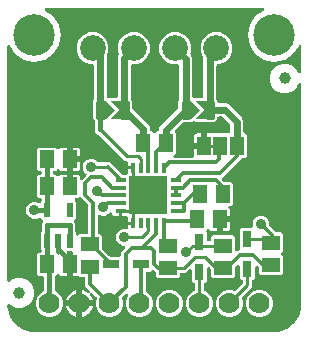
<source format=gbr>
G04 EAGLE Gerber RS-274X export*
G75*
%MOMM*%
%FSLAX34Y34*%
%LPD*%
%INTop Copper*%
%IPPOS*%
%AMOC8*
5,1,8,0,0,1.08239X$1,22.5*%
G01*
%ADD10R,0.350000X0.950000*%
%ADD11R,0.950000X0.350000*%
%ADD12R,3.250000X3.250000*%
%ADD13R,1.240000X1.500000*%
%ADD14C,2.184400*%
%ADD15R,1.168400X1.600200*%
%ADD16C,0.381000*%
%ADD17C,1.000000*%
%ADD18R,0.550000X1.200000*%
%ADD19C,1.778000*%
%ADD20R,1.500000X1.240000*%
%ADD21R,0.800000X1.350000*%
%ADD22R,1.350000X0.800000*%
%ADD23C,3.516000*%
%ADD24C,0.406400*%
%ADD25C,0.906400*%
%ADD26C,0.254000*%
%ADD27C,0.304800*%
%ADD28C,0.609600*%

G36*
X228622Y2543D02*
X228622Y2543D01*
X228700Y2545D01*
X232077Y2810D01*
X232145Y2824D01*
X232214Y2829D01*
X232370Y2869D01*
X238794Y4956D01*
X238901Y5006D01*
X239012Y5050D01*
X239063Y5083D01*
X239082Y5091D01*
X239097Y5104D01*
X239148Y5136D01*
X244612Y9107D01*
X244699Y9188D01*
X244746Y9227D01*
X244752Y9231D01*
X244753Y9232D01*
X244791Y9264D01*
X244829Y9310D01*
X244844Y9324D01*
X244855Y9342D01*
X244893Y9388D01*
X248864Y14852D01*
X248921Y14956D01*
X248985Y15056D01*
X249007Y15113D01*
X249017Y15131D01*
X249022Y15151D01*
X249044Y15206D01*
X251131Y21630D01*
X251144Y21698D01*
X251167Y21764D01*
X251190Y21923D01*
X251455Y25300D01*
X251455Y25304D01*
X251456Y25307D01*
X251455Y25326D01*
X251459Y25400D01*
X251459Y211743D01*
X251451Y211813D01*
X251452Y211882D01*
X251431Y211970D01*
X251419Y212059D01*
X251394Y212124D01*
X251377Y212192D01*
X251335Y212271D01*
X251302Y212355D01*
X251261Y212411D01*
X251229Y212473D01*
X251168Y212539D01*
X251116Y212612D01*
X251062Y212656D01*
X251015Y212708D01*
X250940Y212757D01*
X250871Y212815D01*
X250807Y212845D01*
X250749Y212883D01*
X250664Y212912D01*
X250583Y212950D01*
X250514Y212963D01*
X250448Y212986D01*
X250359Y212993D01*
X250271Y213010D01*
X250201Y213006D01*
X250131Y213011D01*
X250043Y212996D01*
X249953Y212990D01*
X249887Y212969D01*
X249818Y212957D01*
X249736Y212920D01*
X249651Y212892D01*
X249592Y212855D01*
X249528Y212826D01*
X249458Y212770D01*
X249382Y212722D01*
X249334Y212671D01*
X249280Y212628D01*
X249225Y212556D01*
X249164Y212491D01*
X249130Y212429D01*
X249088Y212374D01*
X249017Y212229D01*
X248122Y210066D01*
X244594Y206538D01*
X239985Y204629D01*
X234995Y204629D01*
X230386Y206538D01*
X226858Y210066D01*
X224949Y214675D01*
X224949Y219665D01*
X226858Y224274D01*
X230386Y227802D01*
X234995Y229711D01*
X239985Y229711D01*
X244594Y227802D01*
X248122Y224274D01*
X249017Y222111D01*
X249052Y222050D01*
X249078Y221985D01*
X249130Y221913D01*
X249175Y221835D01*
X249223Y221785D01*
X249264Y221728D01*
X249334Y221671D01*
X249396Y221606D01*
X249456Y221570D01*
X249509Y221525D01*
X249591Y221487D01*
X249667Y221440D01*
X249734Y221419D01*
X249797Y221390D01*
X249885Y221373D01*
X249971Y221346D01*
X250041Y221343D01*
X250110Y221330D01*
X250199Y221336D01*
X250289Y221331D01*
X250357Y221345D01*
X250427Y221350D01*
X250512Y221377D01*
X250600Y221396D01*
X250663Y221426D01*
X250729Y221448D01*
X250805Y221496D01*
X250886Y221535D01*
X250939Y221581D01*
X250998Y221618D01*
X251060Y221683D01*
X251128Y221742D01*
X251168Y221799D01*
X251216Y221850D01*
X251259Y221928D01*
X251311Y222002D01*
X251336Y222067D01*
X251370Y222128D01*
X251392Y222215D01*
X251424Y222299D01*
X251432Y222368D01*
X251449Y222436D01*
X251459Y222597D01*
X251459Y243996D01*
X251446Y244100D01*
X251442Y244204D01*
X251426Y244257D01*
X251419Y244311D01*
X251381Y244408D01*
X251351Y244509D01*
X251323Y244556D01*
X251302Y244607D01*
X251241Y244692D01*
X251187Y244781D01*
X251148Y244820D01*
X251116Y244865D01*
X251035Y244931D01*
X250961Y245004D01*
X250913Y245032D01*
X250871Y245067D01*
X250776Y245112D01*
X250686Y245164D01*
X250633Y245179D01*
X250583Y245203D01*
X250480Y245222D01*
X250380Y245251D01*
X250325Y245252D01*
X250271Y245263D01*
X250166Y245256D01*
X250062Y245259D01*
X250008Y245246D01*
X249953Y245243D01*
X249854Y245211D01*
X249752Y245187D01*
X249703Y245162D01*
X249651Y245145D01*
X249562Y245089D01*
X249470Y245041D01*
X249428Y245004D01*
X249382Y244975D01*
X249310Y244899D01*
X249232Y244829D01*
X249179Y244759D01*
X249164Y244743D01*
X249157Y244730D01*
X249135Y244701D01*
X244634Y237966D01*
X237278Y233050D01*
X228600Y231324D01*
X219922Y233050D01*
X212566Y237966D01*
X207650Y245322D01*
X205924Y254000D01*
X207650Y262678D01*
X212566Y270034D01*
X219301Y274535D01*
X219380Y274603D01*
X219465Y274664D01*
X219500Y274707D01*
X219541Y274743D01*
X219601Y274829D01*
X219667Y274909D01*
X219691Y274959D01*
X219722Y275005D01*
X219758Y275103D01*
X219803Y275197D01*
X219813Y275251D01*
X219832Y275303D01*
X219843Y275407D01*
X219863Y275510D01*
X219859Y275565D01*
X219865Y275619D01*
X219849Y275723D01*
X219843Y275827D01*
X219826Y275879D01*
X219818Y275934D01*
X219777Y276030D01*
X219745Y276129D01*
X219715Y276176D01*
X219694Y276227D01*
X219631Y276310D01*
X219575Y276398D01*
X219535Y276436D01*
X219501Y276480D01*
X219419Y276545D01*
X219343Y276616D01*
X219295Y276643D01*
X219252Y276677D01*
X219156Y276719D01*
X219065Y276770D01*
X219011Y276783D01*
X218961Y276806D01*
X218858Y276823D01*
X218757Y276849D01*
X218669Y276855D01*
X218647Y276858D01*
X218632Y276857D01*
X218596Y276859D01*
X35404Y276859D01*
X35300Y276846D01*
X35196Y276842D01*
X35143Y276826D01*
X35089Y276819D01*
X34992Y276781D01*
X34891Y276751D01*
X34844Y276723D01*
X34793Y276702D01*
X34708Y276641D01*
X34619Y276587D01*
X34580Y276548D01*
X34535Y276516D01*
X34469Y276435D01*
X34396Y276361D01*
X34368Y276313D01*
X34333Y276271D01*
X34288Y276176D01*
X34236Y276086D01*
X34221Y276033D01*
X34197Y275983D01*
X34178Y275880D01*
X34149Y275780D01*
X34148Y275725D01*
X34137Y275671D01*
X34144Y275566D01*
X34141Y275462D01*
X34154Y275408D01*
X34157Y275353D01*
X34189Y275254D01*
X34213Y275152D01*
X34238Y275103D01*
X34255Y275051D01*
X34311Y274962D01*
X34359Y274870D01*
X34396Y274828D01*
X34425Y274782D01*
X34501Y274710D01*
X34571Y274632D01*
X34641Y274579D01*
X34657Y274564D01*
X34670Y274557D01*
X34699Y274535D01*
X41434Y270034D01*
X46350Y262678D01*
X48076Y254000D01*
X46350Y245322D01*
X41434Y237966D01*
X34078Y233050D01*
X25400Y231324D01*
X16722Y233050D01*
X9366Y237966D01*
X4865Y244701D01*
X4797Y244780D01*
X4736Y244865D01*
X4693Y244900D01*
X4657Y244941D01*
X4571Y245001D01*
X4491Y245067D01*
X4441Y245091D01*
X4395Y245122D01*
X4297Y245158D01*
X4203Y245203D01*
X4149Y245213D01*
X4097Y245232D01*
X3993Y245243D01*
X3890Y245263D01*
X3835Y245259D01*
X3781Y245265D01*
X3677Y245249D01*
X3573Y245243D01*
X3521Y245226D01*
X3466Y245218D01*
X3370Y245177D01*
X3271Y245145D01*
X3224Y245115D01*
X3173Y245094D01*
X3090Y245031D01*
X3002Y244975D01*
X2964Y244935D01*
X2920Y244901D01*
X2855Y244819D01*
X2784Y244743D01*
X2757Y244695D01*
X2723Y244652D01*
X2681Y244556D01*
X2630Y244465D01*
X2617Y244411D01*
X2594Y244361D01*
X2577Y244258D01*
X2551Y244157D01*
X2545Y244069D01*
X2542Y244047D01*
X2543Y244032D01*
X2541Y243996D01*
X2541Y46200D01*
X2558Y46062D01*
X2571Y45924D01*
X2578Y45905D01*
X2581Y45885D01*
X2632Y45756D01*
X2679Y45625D01*
X2690Y45608D01*
X2698Y45589D01*
X2779Y45477D01*
X2857Y45361D01*
X2873Y45348D01*
X2884Y45332D01*
X2992Y45243D01*
X3096Y45151D01*
X3114Y45142D01*
X3129Y45129D01*
X3255Y45070D01*
X3379Y45006D01*
X3399Y45002D01*
X3417Y44993D01*
X3554Y44967D01*
X3689Y44937D01*
X3710Y44937D01*
X3729Y44934D01*
X3868Y44942D01*
X4007Y44946D01*
X4027Y44952D01*
X4047Y44953D01*
X4179Y44996D01*
X4313Y45035D01*
X4330Y45045D01*
X4349Y45051D01*
X4467Y45126D01*
X4587Y45196D01*
X4608Y45215D01*
X4618Y45221D01*
X4632Y45236D01*
X4707Y45303D01*
X5596Y46192D01*
X10205Y48101D01*
X15195Y48101D01*
X19804Y46192D01*
X23332Y42664D01*
X25241Y38055D01*
X25241Y33065D01*
X23332Y28456D01*
X19804Y24928D01*
X15195Y23019D01*
X10205Y23019D01*
X5596Y24928D01*
X4749Y25776D01*
X4725Y25794D01*
X4706Y25817D01*
X4599Y25892D01*
X4497Y25971D01*
X4470Y25983D01*
X4445Y26000D01*
X4324Y26046D01*
X4205Y26098D01*
X4176Y26102D01*
X4148Y26113D01*
X4019Y26127D01*
X3891Y26147D01*
X3861Y26145D01*
X3832Y26148D01*
X3704Y26130D01*
X3575Y26118D01*
X3546Y26107D01*
X3517Y26103D01*
X3398Y26054D01*
X3275Y26010D01*
X3251Y25993D01*
X3223Y25982D01*
X3120Y25904D01*
X3012Y25831D01*
X2992Y25809D01*
X2969Y25791D01*
X2888Y25690D01*
X2802Y25593D01*
X2788Y25566D01*
X2770Y25543D01*
X2716Y25425D01*
X2657Y25310D01*
X2651Y25281D01*
X2638Y25253D01*
X2616Y25126D01*
X2588Y24999D01*
X2588Y24969D01*
X2583Y24940D01*
X2586Y24779D01*
X2810Y21923D01*
X2824Y21855D01*
X2829Y21786D01*
X2869Y21630D01*
X4956Y15206D01*
X5006Y15099D01*
X5050Y14988D01*
X5083Y14937D01*
X5091Y14918D01*
X5104Y14903D01*
X5136Y14852D01*
X9107Y9388D01*
X9127Y9366D01*
X9138Y9348D01*
X9184Y9305D01*
X9188Y9301D01*
X9264Y9209D01*
X9310Y9171D01*
X9324Y9156D01*
X9342Y9145D01*
X9388Y9107D01*
X14596Y5322D01*
X14852Y5136D01*
X14956Y5079D01*
X15056Y5015D01*
X15113Y4993D01*
X15131Y4983D01*
X15151Y4978D01*
X15206Y4956D01*
X21630Y2869D01*
X21698Y2856D01*
X21764Y2833D01*
X21923Y2810D01*
X25300Y2545D01*
X25322Y2546D01*
X25400Y2541D01*
X228600Y2541D01*
X228622Y2543D01*
G37*
%LPC*%
G36*
X35826Y15239D02*
X35826Y15239D01*
X31625Y16979D01*
X28409Y20195D01*
X26669Y24396D01*
X26669Y28944D01*
X28409Y33145D01*
X31625Y36361D01*
X32744Y36824D01*
X32769Y36839D01*
X32797Y36848D01*
X32907Y36917D01*
X33020Y36981D01*
X33041Y37002D01*
X33066Y37018D01*
X33155Y37112D01*
X33248Y37203D01*
X33264Y37228D01*
X33284Y37249D01*
X33347Y37363D01*
X33415Y37474D01*
X33423Y37502D01*
X33438Y37528D01*
X33470Y37654D01*
X33508Y37778D01*
X33510Y37807D01*
X33517Y37836D01*
X33527Y37997D01*
X33527Y48380D01*
X33512Y48498D01*
X33505Y48617D01*
X33492Y48655D01*
X33487Y48696D01*
X33444Y48806D01*
X33407Y48919D01*
X33385Y48954D01*
X33370Y48991D01*
X33301Y49087D01*
X33237Y49188D01*
X33207Y49216D01*
X33184Y49249D01*
X33092Y49325D01*
X33005Y49406D01*
X32970Y49426D01*
X32939Y49451D01*
X32831Y49502D01*
X32727Y49560D01*
X32687Y49570D01*
X32651Y49587D01*
X32534Y49609D01*
X32419Y49639D01*
X32359Y49643D01*
X32339Y49647D01*
X32318Y49645D01*
X32258Y49649D01*
X28968Y49649D01*
X27479Y51138D01*
X27479Y68242D01*
X28968Y69731D01*
X30378Y69731D01*
X30496Y69746D01*
X30615Y69753D01*
X30653Y69766D01*
X30694Y69771D01*
X30804Y69814D01*
X30917Y69851D01*
X30952Y69873D01*
X30989Y69888D01*
X31085Y69957D01*
X31186Y70021D01*
X31214Y70051D01*
X31247Y70074D01*
X31323Y70166D01*
X31404Y70253D01*
X31424Y70288D01*
X31449Y70319D01*
X31500Y70427D01*
X31558Y70531D01*
X31568Y70571D01*
X31585Y70607D01*
X31607Y70724D01*
X31637Y70839D01*
X31641Y70899D01*
X31645Y70919D01*
X31643Y70940D01*
X31647Y71000D01*
X31647Y71413D01*
X31635Y71511D01*
X31632Y71610D01*
X31615Y71668D01*
X31607Y71728D01*
X31571Y71820D01*
X31543Y71916D01*
X31513Y71968D01*
X31490Y72024D01*
X31432Y72104D01*
X31382Y72190D01*
X31316Y72265D01*
X31304Y72281D01*
X31294Y72289D01*
X31275Y72310D01*
X30929Y72657D01*
X30929Y86761D01*
X31275Y87108D01*
X31336Y87186D01*
X31404Y87258D01*
X31433Y87311D01*
X31470Y87359D01*
X31510Y87450D01*
X31558Y87537D01*
X31573Y87595D01*
X31597Y87651D01*
X31612Y87749D01*
X31637Y87844D01*
X31643Y87944D01*
X31647Y87965D01*
X31645Y87977D01*
X31647Y88005D01*
X31647Y94604D01*
X32418Y95375D01*
X32491Y95469D01*
X32570Y95558D01*
X32588Y95594D01*
X32613Y95626D01*
X32660Y95735D01*
X32714Y95841D01*
X32723Y95881D01*
X32739Y95918D01*
X32758Y96036D01*
X32784Y96152D01*
X32783Y96192D01*
X32789Y96232D01*
X32778Y96351D01*
X32774Y96470D01*
X32763Y96508D01*
X32759Y96549D01*
X32719Y96661D01*
X32686Y96775D01*
X32665Y96810D01*
X32652Y96848D01*
X32585Y96947D01*
X32524Y97049D01*
X32485Y97094D01*
X32473Y97111D01*
X32458Y97125D01*
X32418Y97170D01*
X30616Y98972D01*
X30586Y99014D01*
X30547Y99046D01*
X30515Y99083D01*
X30425Y99147D01*
X30341Y99217D01*
X30296Y99238D01*
X30255Y99266D01*
X30152Y99305D01*
X30053Y99352D01*
X30004Y99362D01*
X29958Y99379D01*
X29848Y99391D01*
X29741Y99412D01*
X29691Y99409D01*
X29642Y99414D01*
X29533Y99399D01*
X29423Y99392D01*
X29376Y99377D01*
X29327Y99370D01*
X29174Y99318D01*
X26807Y98337D01*
X23993Y98337D01*
X21394Y99414D01*
X19404Y101404D01*
X18327Y104003D01*
X18327Y106817D01*
X19404Y109416D01*
X21394Y111406D01*
X23993Y112483D01*
X26807Y112483D01*
X29174Y111502D01*
X29222Y111489D01*
X29267Y111468D01*
X29375Y111447D01*
X29481Y111418D01*
X29531Y111417D01*
X29580Y111408D01*
X29689Y111415D01*
X29799Y111413D01*
X29847Y111425D01*
X29897Y111428D01*
X30001Y111462D01*
X30108Y111487D01*
X30152Y111510D01*
X30199Y111526D01*
X30292Y111584D01*
X30389Y111636D01*
X30426Y111669D01*
X30468Y111696D01*
X30543Y111776D01*
X30625Y111850D01*
X30652Y111891D01*
X30686Y111928D01*
X30739Y112024D01*
X30799Y112116D01*
X30816Y112163D01*
X30840Y112206D01*
X30867Y112312D01*
X30903Y112416D01*
X30907Y112466D01*
X30919Y112514D01*
X30929Y112675D01*
X30929Y112763D01*
X31275Y113110D01*
X31336Y113188D01*
X31404Y113260D01*
X31433Y113313D01*
X31470Y113361D01*
X31510Y113452D01*
X31558Y113539D01*
X31573Y113597D01*
X31597Y113653D01*
X31612Y113751D01*
X31637Y113846D01*
X31643Y113946D01*
X31647Y113967D01*
X31645Y113979D01*
X31647Y114007D01*
X31647Y114420D01*
X31632Y114538D01*
X31625Y114657D01*
X31612Y114695D01*
X31607Y114736D01*
X31564Y114846D01*
X31527Y114959D01*
X31505Y114994D01*
X31490Y115031D01*
X31421Y115127D01*
X31357Y115228D01*
X31327Y115256D01*
X31304Y115289D01*
X31212Y115365D01*
X31125Y115446D01*
X31090Y115466D01*
X31059Y115491D01*
X30951Y115542D01*
X30847Y115600D01*
X30807Y115610D01*
X30771Y115627D01*
X30654Y115649D01*
X30539Y115679D01*
X30479Y115683D01*
X30459Y115687D01*
X30438Y115685D01*
X30378Y115689D01*
X28968Y115689D01*
X27479Y117178D01*
X27479Y134282D01*
X28968Y135771D01*
X30378Y135771D01*
X30496Y135786D01*
X30615Y135793D01*
X30653Y135806D01*
X30694Y135811D01*
X30804Y135854D01*
X30917Y135891D01*
X30952Y135913D01*
X30989Y135928D01*
X31085Y135997D01*
X31186Y136061D01*
X31214Y136091D01*
X31247Y136114D01*
X31323Y136206D01*
X31404Y136293D01*
X31424Y136328D01*
X31449Y136359D01*
X31500Y136467D01*
X31558Y136571D01*
X31568Y136611D01*
X31585Y136647D01*
X31607Y136764D01*
X31637Y136879D01*
X31641Y136939D01*
X31645Y136959D01*
X31643Y136980D01*
X31647Y137040D01*
X31647Y137280D01*
X31632Y137398D01*
X31625Y137517D01*
X31612Y137555D01*
X31607Y137596D01*
X31564Y137706D01*
X31527Y137819D01*
X31505Y137854D01*
X31490Y137891D01*
X31421Y137987D01*
X31357Y138088D01*
X31327Y138116D01*
X31304Y138149D01*
X31212Y138224D01*
X31125Y138306D01*
X31090Y138326D01*
X31059Y138351D01*
X30951Y138402D01*
X30847Y138460D01*
X30807Y138470D01*
X30771Y138487D01*
X30654Y138509D01*
X30539Y138539D01*
X30479Y138543D01*
X30459Y138547D01*
X30438Y138545D01*
X30378Y138549D01*
X28968Y138549D01*
X27479Y140038D01*
X27479Y157142D01*
X28968Y158631D01*
X43472Y158631D01*
X44890Y157213D01*
X44989Y157136D01*
X45084Y157054D01*
X45114Y157039D01*
X45141Y157018D01*
X45257Y156968D01*
X45369Y156912D01*
X45402Y156905D01*
X45433Y156892D01*
X45557Y156872D01*
X45680Y156846D01*
X45714Y156847D01*
X45747Y156842D01*
X45872Y156854D01*
X45998Y156859D01*
X46030Y156869D01*
X46064Y156872D01*
X46182Y156915D01*
X46302Y156951D01*
X46331Y156968D01*
X46363Y156980D01*
X46467Y157050D01*
X46575Y157115D01*
X46598Y157139D01*
X46626Y157158D01*
X46709Y157252D01*
X46797Y157342D01*
X46824Y157383D01*
X46837Y157397D01*
X46846Y157416D01*
X46887Y157476D01*
X46987Y157650D01*
X47460Y158123D01*
X48039Y158458D01*
X48686Y158631D01*
X52681Y158631D01*
X52681Y149860D01*
X52696Y149742D01*
X52703Y149623D01*
X52716Y149585D01*
X52721Y149545D01*
X52764Y149434D01*
X52801Y149321D01*
X52823Y149286D01*
X52838Y149249D01*
X52908Y149153D01*
X52971Y149052D01*
X53001Y149024D01*
X53025Y148992D01*
X53116Y148916D01*
X53203Y148834D01*
X53238Y148815D01*
X53269Y148789D01*
X53377Y148738D01*
X53481Y148681D01*
X53521Y148670D01*
X53557Y148653D01*
X53674Y148631D01*
X53789Y148601D01*
X53850Y148597D01*
X53870Y148593D01*
X53890Y148595D01*
X53950Y148591D01*
X55221Y148591D01*
X55221Y148589D01*
X53950Y148589D01*
X53832Y148574D01*
X53713Y148567D01*
X53675Y148554D01*
X53635Y148549D01*
X53524Y148505D01*
X53411Y148469D01*
X53376Y148447D01*
X53339Y148432D01*
X53243Y148362D01*
X53142Y148299D01*
X53114Y148269D01*
X53081Y148245D01*
X53006Y148154D01*
X52924Y148067D01*
X52904Y148032D01*
X52879Y148000D01*
X52828Y147893D01*
X52770Y147789D01*
X52760Y147749D01*
X52743Y147713D01*
X52721Y147596D01*
X52691Y147481D01*
X52687Y147420D01*
X52683Y147400D01*
X52685Y147380D01*
X52681Y147320D01*
X52681Y138549D01*
X48686Y138549D01*
X48039Y138722D01*
X47460Y139057D01*
X46987Y139530D01*
X46887Y139704D01*
X46810Y139804D01*
X46740Y139908D01*
X46715Y139930D01*
X46694Y139957D01*
X46596Y140035D01*
X46502Y140118D01*
X46472Y140134D01*
X46445Y140155D01*
X46330Y140206D01*
X46218Y140263D01*
X46185Y140270D01*
X46155Y140284D01*
X46030Y140305D01*
X45908Y140333D01*
X45874Y140332D01*
X45841Y140337D01*
X45716Y140327D01*
X45590Y140323D01*
X45558Y140314D01*
X45524Y140311D01*
X45405Y140270D01*
X45285Y140235D01*
X45256Y140218D01*
X45224Y140206D01*
X45119Y140137D01*
X45011Y140073D01*
X44974Y140041D01*
X44959Y140031D01*
X44944Y140015D01*
X44890Y139967D01*
X43472Y138549D01*
X42062Y138549D01*
X41944Y138534D01*
X41825Y138527D01*
X41787Y138514D01*
X41746Y138509D01*
X41636Y138466D01*
X41523Y138429D01*
X41488Y138407D01*
X41451Y138392D01*
X41355Y138323D01*
X41254Y138259D01*
X41226Y138229D01*
X41193Y138206D01*
X41117Y138114D01*
X41036Y138027D01*
X41016Y137992D01*
X40991Y137961D01*
X40940Y137853D01*
X40882Y137749D01*
X40872Y137709D01*
X40855Y137673D01*
X40833Y137556D01*
X40803Y137441D01*
X40799Y137381D01*
X40795Y137361D01*
X40797Y137340D01*
X40793Y137280D01*
X40793Y137040D01*
X40808Y136922D01*
X40815Y136803D01*
X40828Y136765D01*
X40833Y136724D01*
X40876Y136614D01*
X40913Y136501D01*
X40935Y136466D01*
X40950Y136429D01*
X41020Y136332D01*
X41083Y136232D01*
X41113Y136204D01*
X41136Y136171D01*
X41228Y136095D01*
X41315Y136014D01*
X41350Y135994D01*
X41381Y135969D01*
X41489Y135918D01*
X41593Y135860D01*
X41633Y135850D01*
X41669Y135833D01*
X41786Y135811D01*
X41901Y135781D01*
X41961Y135777D01*
X41981Y135773D01*
X42002Y135775D01*
X42062Y135771D01*
X43472Y135771D01*
X44890Y134353D01*
X44989Y134276D01*
X45084Y134194D01*
X45114Y134179D01*
X45141Y134158D01*
X45257Y134108D01*
X45369Y134052D01*
X45402Y134045D01*
X45433Y134032D01*
X45557Y134012D01*
X45680Y133986D01*
X45714Y133987D01*
X45747Y133982D01*
X45872Y133994D01*
X45998Y133999D01*
X46030Y134009D01*
X46064Y134012D01*
X46182Y134055D01*
X46302Y134091D01*
X46331Y134108D01*
X46363Y134120D01*
X46467Y134190D01*
X46575Y134255D01*
X46598Y134279D01*
X46626Y134298D01*
X46709Y134392D01*
X46797Y134482D01*
X46824Y134523D01*
X46837Y134537D01*
X46846Y134556D01*
X46887Y134616D01*
X46987Y134790D01*
X47460Y135263D01*
X48039Y135598D01*
X48686Y135771D01*
X52681Y135771D01*
X52681Y127000D01*
X52696Y126882D01*
X52703Y126763D01*
X52716Y126725D01*
X52721Y126685D01*
X52764Y126574D01*
X52801Y126461D01*
X52823Y126426D01*
X52838Y126389D01*
X52908Y126293D01*
X52971Y126192D01*
X53001Y126164D01*
X53025Y126132D01*
X53116Y126056D01*
X53203Y125974D01*
X53238Y125955D01*
X53269Y125929D01*
X53377Y125878D01*
X53481Y125821D01*
X53521Y125810D01*
X53557Y125793D01*
X53674Y125771D01*
X53789Y125741D01*
X53850Y125737D01*
X53870Y125733D01*
X53890Y125735D01*
X53950Y125731D01*
X56490Y125731D01*
X56608Y125746D01*
X56727Y125753D01*
X56765Y125766D01*
X56805Y125771D01*
X56916Y125815D01*
X57029Y125851D01*
X57064Y125873D01*
X57101Y125888D01*
X57197Y125958D01*
X57298Y126021D01*
X57326Y126051D01*
X57358Y126075D01*
X57434Y126166D01*
X57516Y126253D01*
X57535Y126288D01*
X57561Y126320D01*
X57612Y126427D01*
X57669Y126531D01*
X57680Y126571D01*
X57697Y126607D01*
X57719Y126724D01*
X57749Y126839D01*
X57753Y126900D01*
X57757Y126920D01*
X57755Y126940D01*
X57759Y127000D01*
X57759Y135771D01*
X61754Y135771D01*
X62401Y135598D01*
X62980Y135263D01*
X63453Y134790D01*
X63788Y134211D01*
X63961Y133564D01*
X63961Y132463D01*
X63978Y132326D01*
X63991Y132187D01*
X63998Y132168D01*
X64001Y132148D01*
X64052Y132019D01*
X64099Y131888D01*
X64110Y131871D01*
X64118Y131852D01*
X64199Y131740D01*
X64277Y131625D01*
X64293Y131611D01*
X64304Y131595D01*
X64412Y131506D01*
X64516Y131414D01*
X64534Y131405D01*
X64549Y131392D01*
X64675Y131333D01*
X64799Y131270D01*
X64819Y131265D01*
X64837Y131256D01*
X64973Y131230D01*
X65109Y131200D01*
X65130Y131200D01*
X65149Y131197D01*
X65288Y131205D01*
X65427Y131210D01*
X65447Y131215D01*
X65467Y131216D01*
X65599Y131259D01*
X65733Y131298D01*
X65750Y131308D01*
X65769Y131314D01*
X65887Y131389D01*
X66007Y131459D01*
X66028Y131478D01*
X66038Y131485D01*
X66052Y131500D01*
X66127Y131566D01*
X69332Y134771D01*
X69405Y134865D01*
X69484Y134954D01*
X69502Y134990D01*
X69527Y135022D01*
X69574Y135131D01*
X69628Y135237D01*
X69637Y135276D01*
X69653Y135314D01*
X69672Y135431D01*
X69698Y135547D01*
X69697Y135588D01*
X69703Y135628D01*
X69692Y135746D01*
X69688Y135865D01*
X69677Y135904D01*
X69673Y135944D01*
X69633Y136057D01*
X69600Y136171D01*
X69580Y136206D01*
X69566Y136244D01*
X69499Y136342D01*
X69439Y136445D01*
X69399Y136490D01*
X69387Y136507D01*
X69372Y136520D01*
X69332Y136566D01*
X67664Y138234D01*
X66587Y140833D01*
X66587Y143647D01*
X67664Y146246D01*
X69654Y148236D01*
X72253Y149313D01*
X75067Y149313D01*
X77666Y148236D01*
X79480Y146422D01*
X79558Y146362D01*
X79630Y146294D01*
X79683Y146265D01*
X79731Y146228D01*
X79822Y146188D01*
X79909Y146140D01*
X79967Y146125D01*
X80023Y146101D01*
X80121Y146086D01*
X80217Y146061D01*
X80317Y146055D01*
X80337Y146051D01*
X80349Y146053D01*
X80377Y146051D01*
X85167Y146051D01*
X85265Y146063D01*
X85364Y146066D01*
X85422Y146083D01*
X85482Y146091D01*
X85574Y146127D01*
X85669Y146155D01*
X85721Y146185D01*
X85778Y146208D01*
X85858Y146266D01*
X85924Y146305D01*
X89314Y146305D01*
X99832Y135786D01*
X99845Y135773D01*
X99924Y135712D01*
X99996Y135644D01*
X100049Y135615D01*
X100096Y135578D01*
X100188Y135539D01*
X100275Y135490D01*
X100333Y135475D01*
X100388Y135452D01*
X100486Y135436D01*
X100583Y135411D01*
X100681Y135405D01*
X100702Y135401D01*
X100714Y135403D01*
X100743Y135401D01*
X102604Y135401D01*
X102709Y135414D01*
X102815Y135418D01*
X102866Y135434D01*
X102920Y135441D01*
X103018Y135480D01*
X103120Y135510D01*
X103166Y135538D01*
X103216Y135558D01*
X103301Y135620D01*
X103392Y135675D01*
X103429Y135713D01*
X103473Y135744D01*
X103528Y135811D01*
X104156Y136440D01*
X104168Y136447D01*
X104205Y136486D01*
X104248Y136519D01*
X104314Y136601D01*
X104386Y136679D01*
X104412Y136726D01*
X104445Y136768D01*
X104488Y136864D01*
X104540Y136957D01*
X104553Y137009D01*
X104575Y137058D01*
X104593Y137163D01*
X104619Y137265D01*
X104624Y137350D01*
X104628Y137372D01*
X104627Y137387D01*
X104629Y137426D01*
X104629Y140241D01*
X108920Y140241D01*
X109038Y140256D01*
X109157Y140263D01*
X109195Y140275D01*
X109235Y140280D01*
X109346Y140324D01*
X109459Y140361D01*
X109493Y140383D01*
X109531Y140397D01*
X109627Y140467D01*
X109728Y140531D01*
X109756Y140561D01*
X109788Y140584D01*
X109864Y140676D01*
X109946Y140763D01*
X109965Y140798D01*
X109991Y140829D01*
X110042Y140937D01*
X110099Y141041D01*
X110109Y141080D01*
X110127Y141117D01*
X110149Y141234D01*
X110179Y141349D01*
X110183Y141409D01*
X110186Y141429D01*
X110186Y141430D01*
X110185Y141450D01*
X110189Y141510D01*
X110174Y141628D01*
X110167Y141747D01*
X110154Y141785D01*
X110149Y141826D01*
X110105Y141936D01*
X110069Y142050D01*
X110047Y142084D01*
X110032Y142121D01*
X109962Y142218D01*
X109898Y142318D01*
X109869Y142346D01*
X109845Y142379D01*
X109753Y142455D01*
X109667Y142536D01*
X109631Y142556D01*
X109600Y142582D01*
X109493Y142632D01*
X109388Y142690D01*
X109349Y142700D01*
X109313Y142717D01*
X109196Y142739D01*
X109080Y142769D01*
X109020Y142773D01*
X109000Y142777D01*
X108980Y142776D01*
X108920Y142779D01*
X104629Y142779D01*
X104629Y145796D01*
X104614Y145914D01*
X104607Y146033D01*
X104594Y146071D01*
X104589Y146112D01*
X104546Y146222D01*
X104509Y146335D01*
X104487Y146370D01*
X104472Y146407D01*
X104403Y146503D01*
X104339Y146604D01*
X104309Y146632D01*
X104286Y146665D01*
X104194Y146741D01*
X104107Y146822D01*
X104072Y146842D01*
X104041Y146867D01*
X103933Y146918D01*
X103829Y146976D01*
X103789Y146986D01*
X103753Y147003D01*
X103636Y147025D01*
X103521Y147055D01*
X103461Y147059D01*
X103441Y147063D01*
X103420Y147061D01*
X103360Y147065D01*
X102456Y147065D01*
X80476Y169046D01*
X80398Y169106D01*
X80326Y169174D01*
X80273Y169203D01*
X80225Y169240D01*
X80134Y169280D01*
X80047Y169328D01*
X79989Y169343D01*
X79933Y169367D01*
X79835Y169382D01*
X79739Y169407D01*
X79639Y169413D01*
X79619Y169417D01*
X79607Y169415D01*
X79579Y169417D01*
X79386Y169417D01*
X76707Y172096D01*
X76707Y180640D01*
X76695Y180738D01*
X76692Y180837D01*
X76675Y180895D01*
X76667Y180955D01*
X76631Y181047D01*
X76603Y181143D01*
X76573Y181195D01*
X76550Y181251D01*
X76492Y181331D01*
X76442Y181416D01*
X76376Y181492D01*
X76364Y181508D01*
X76354Y181516D01*
X76336Y181537D01*
X74929Y182944D01*
X74929Y198057D01*
X75319Y198447D01*
X75380Y198525D01*
X75448Y198597D01*
X75477Y198650D01*
X75514Y198698D01*
X75554Y198789D01*
X75602Y198876D01*
X75617Y198934D01*
X75641Y198990D01*
X75656Y199088D01*
X75681Y199184D01*
X75687Y199284D01*
X75691Y199304D01*
X75689Y199316D01*
X75691Y199344D01*
X75691Y227838D01*
X75676Y227956D01*
X75669Y228075D01*
X75656Y228113D01*
X75651Y228154D01*
X75608Y228264D01*
X75571Y228377D01*
X75549Y228412D01*
X75534Y228449D01*
X75465Y228545D01*
X75401Y228646D01*
X75371Y228674D01*
X75348Y228707D01*
X75256Y228783D01*
X75169Y228864D01*
X75134Y228884D01*
X75103Y228909D01*
X74995Y228960D01*
X74891Y229018D01*
X74851Y229028D01*
X74815Y229045D01*
X74698Y229067D01*
X74583Y229097D01*
X74523Y229101D01*
X74503Y229105D01*
X74482Y229103D01*
X74422Y229107D01*
X72032Y229107D01*
X67084Y231157D01*
X63297Y234944D01*
X61247Y239892D01*
X61247Y245248D01*
X63297Y250196D01*
X67084Y253983D01*
X72032Y256033D01*
X77388Y256033D01*
X82336Y253983D01*
X86123Y250196D01*
X88173Y245248D01*
X88173Y239892D01*
X86965Y236977D01*
X86963Y236968D01*
X86958Y236960D01*
X86921Y236815D01*
X86881Y236670D01*
X86881Y236661D01*
X86879Y236652D01*
X86869Y236491D01*
X86869Y201581D01*
X86886Y201443D01*
X86899Y201305D01*
X86906Y201286D01*
X86909Y201266D01*
X86960Y201136D01*
X87007Y201006D01*
X87018Y200989D01*
X87026Y200970D01*
X87107Y200858D01*
X87185Y200742D01*
X87201Y200729D01*
X87212Y200713D01*
X87320Y200624D01*
X87424Y200532D01*
X87442Y200523D01*
X87457Y200510D01*
X87583Y200451D01*
X87707Y200387D01*
X87727Y200383D01*
X87745Y200374D01*
X87881Y200348D01*
X88017Y200318D01*
X88038Y200318D01*
X88057Y200315D01*
X88196Y200323D01*
X88335Y200327D01*
X88355Y200333D01*
X88375Y200334D01*
X88507Y200377D01*
X88641Y200416D01*
X88658Y200426D01*
X88677Y200432D01*
X88795Y200507D01*
X88915Y200577D01*
X88936Y200596D01*
X88946Y200603D01*
X88960Y200618D01*
X89032Y200681D01*
X90183Y200661D01*
X90190Y200662D01*
X90206Y200661D01*
X94742Y200661D01*
X94860Y200676D01*
X94979Y200683D01*
X95017Y200696D01*
X95058Y200701D01*
X95168Y200744D01*
X95281Y200781D01*
X95316Y200803D01*
X95353Y200818D01*
X95449Y200887D01*
X95550Y200951D01*
X95578Y200981D01*
X95611Y201004D01*
X95687Y201096D01*
X95768Y201183D01*
X95788Y201218D01*
X95813Y201249D01*
X95864Y201357D01*
X95922Y201461D01*
X95932Y201501D01*
X95949Y201537D01*
X95971Y201654D01*
X96001Y201769D01*
X96005Y201829D01*
X96009Y201849D01*
X96007Y201870D01*
X96011Y201930D01*
X96011Y235572D01*
X96823Y237531D01*
X96849Y237626D01*
X96884Y237719D01*
X96891Y237779D01*
X96907Y237838D01*
X96908Y237937D01*
X96919Y238035D01*
X96911Y238095D01*
X96912Y238156D01*
X96889Y238252D01*
X96875Y238350D01*
X96843Y238445D01*
X96838Y238465D01*
X96832Y238476D01*
X96823Y238502D01*
X96247Y239892D01*
X96247Y245248D01*
X98297Y250196D01*
X102084Y253983D01*
X107032Y256033D01*
X112388Y256033D01*
X117336Y253983D01*
X121123Y250196D01*
X123173Y245248D01*
X123173Y239892D01*
X121123Y234944D01*
X117336Y231157D01*
X112388Y229107D01*
X108458Y229107D01*
X108340Y229092D01*
X108221Y229085D01*
X108183Y229072D01*
X108142Y229067D01*
X108032Y229024D01*
X107919Y228987D01*
X107884Y228965D01*
X107847Y228950D01*
X107751Y228881D01*
X107650Y228817D01*
X107622Y228787D01*
X107589Y228764D01*
X107513Y228672D01*
X107432Y228585D01*
X107412Y228550D01*
X107387Y228519D01*
X107336Y228411D01*
X107278Y228307D01*
X107268Y228267D01*
X107251Y228231D01*
X107229Y228114D01*
X107199Y227999D01*
X107195Y227939D01*
X107191Y227919D01*
X107193Y227898D01*
X107189Y227838D01*
X107189Y199344D01*
X107201Y199246D01*
X107204Y199147D01*
X107221Y199089D01*
X107229Y199029D01*
X107265Y198937D01*
X107293Y198842D01*
X107323Y198789D01*
X107346Y198733D01*
X107404Y198653D01*
X107454Y198568D01*
X107520Y198492D01*
X107532Y198476D01*
X107542Y198468D01*
X107560Y198447D01*
X107951Y198056D01*
X107951Y192579D01*
X107963Y192480D01*
X107966Y192381D01*
X107983Y192323D01*
X107991Y192263D01*
X108027Y192171D01*
X108055Y192076D01*
X108085Y192024D01*
X108108Y191967D01*
X108166Y191887D01*
X108216Y191802D01*
X108282Y191727D01*
X108294Y191710D01*
X108304Y191702D01*
X108322Y191681D01*
X122238Y177766D01*
X123089Y175712D01*
X123089Y173870D01*
X123104Y173752D01*
X123111Y173633D01*
X123124Y173595D01*
X123129Y173554D01*
X123172Y173444D01*
X123209Y173331D01*
X123231Y173296D01*
X123246Y173259D01*
X123315Y173163D01*
X123379Y173062D01*
X123409Y173034D01*
X123432Y173001D01*
X123524Y172925D01*
X123611Y172844D01*
X123646Y172824D01*
X123677Y172799D01*
X123785Y172748D01*
X123889Y172690D01*
X123929Y172680D01*
X123965Y172663D01*
X124082Y172641D01*
X124197Y172611D01*
X124257Y172607D01*
X124277Y172603D01*
X124298Y172605D01*
X124358Y172601D01*
X124752Y172601D01*
X126103Y171251D01*
X126197Y171178D01*
X126286Y171099D01*
X126322Y171081D01*
X126354Y171056D01*
X126463Y171008D01*
X126569Y170954D01*
X126608Y170945D01*
X126646Y170929D01*
X126763Y170911D01*
X126879Y170885D01*
X126920Y170886D01*
X126960Y170880D01*
X127078Y170891D01*
X127197Y170894D01*
X127236Y170906D01*
X127276Y170909D01*
X127388Y170950D01*
X127503Y170983D01*
X127538Y171003D01*
X127576Y171017D01*
X127674Y171084D01*
X127777Y171144D01*
X127822Y171184D01*
X127839Y171196D01*
X127852Y171211D01*
X127898Y171251D01*
X129248Y172601D01*
X129642Y172601D01*
X129760Y172616D01*
X129879Y172623D01*
X129917Y172636D01*
X129958Y172641D01*
X130068Y172684D01*
X130181Y172721D01*
X130216Y172743D01*
X130253Y172758D01*
X130349Y172827D01*
X130450Y172891D01*
X130478Y172921D01*
X130511Y172944D01*
X130587Y173036D01*
X130668Y173123D01*
X130688Y173158D01*
X130713Y173189D01*
X130764Y173297D01*
X130822Y173401D01*
X130832Y173441D01*
X130849Y173477D01*
X130871Y173594D01*
X130901Y173709D01*
X130905Y173769D01*
X130909Y173789D01*
X130908Y173804D01*
X130909Y173809D01*
X130908Y173819D01*
X130911Y173870D01*
X130911Y174442D01*
X131762Y176496D01*
X146948Y191681D01*
X147008Y191759D01*
X147076Y191832D01*
X147105Y191885D01*
X147142Y191932D01*
X147182Y192023D01*
X147230Y192110D01*
X147245Y192169D01*
X147269Y192224D01*
X147284Y192322D01*
X147309Y192418D01*
X147315Y192518D01*
X147319Y192538D01*
X147317Y192551D01*
X147319Y192579D01*
X147319Y198056D01*
X147710Y198447D01*
X147770Y198525D01*
X147838Y198597D01*
X147867Y198650D01*
X147904Y198698D01*
X147944Y198789D01*
X147992Y198876D01*
X148007Y198934D01*
X148031Y198990D01*
X148046Y199088D01*
X148071Y199184D01*
X148077Y199284D01*
X148081Y199304D01*
X148079Y199316D01*
X148081Y199344D01*
X148081Y227838D01*
X148066Y227956D01*
X148059Y228075D01*
X148046Y228113D01*
X148041Y228154D01*
X147998Y228264D01*
X147961Y228377D01*
X147939Y228412D01*
X147924Y228449D01*
X147855Y228545D01*
X147791Y228646D01*
X147761Y228674D01*
X147738Y228707D01*
X147646Y228783D01*
X147559Y228864D01*
X147524Y228884D01*
X147493Y228909D01*
X147385Y228960D01*
X147281Y229018D01*
X147241Y229028D01*
X147205Y229045D01*
X147088Y229067D01*
X146973Y229097D01*
X146913Y229101D01*
X146893Y229105D01*
X146872Y229103D01*
X146812Y229107D01*
X141882Y229107D01*
X136934Y231157D01*
X133147Y234944D01*
X131097Y239892D01*
X131097Y245248D01*
X133147Y250196D01*
X136934Y253983D01*
X141882Y256033D01*
X147238Y256033D01*
X152186Y253983D01*
X155973Y250196D01*
X158023Y245248D01*
X158023Y239892D01*
X157503Y238638D01*
X157496Y238610D01*
X157482Y238584D01*
X157454Y238457D01*
X157419Y238332D01*
X157419Y238302D01*
X157413Y238273D01*
X157416Y238143D01*
X157414Y238014D01*
X157421Y237985D01*
X157422Y237955D01*
X157458Y237831D01*
X157489Y237704D01*
X157502Y237678D01*
X157511Y237650D01*
X157576Y237538D01*
X157637Y237423D01*
X157657Y237401D01*
X157672Y237376D01*
X157779Y237255D01*
X158408Y236626D01*
X159259Y234572D01*
X159259Y201581D01*
X159276Y201443D01*
X159289Y201305D01*
X159296Y201286D01*
X159299Y201266D01*
X159350Y201136D01*
X159397Y201006D01*
X159408Y200989D01*
X159416Y200970D01*
X159497Y200858D01*
X159575Y200742D01*
X159591Y200729D01*
X159602Y200713D01*
X159710Y200624D01*
X159814Y200532D01*
X159832Y200523D01*
X159847Y200510D01*
X159973Y200451D01*
X160097Y200387D01*
X160117Y200383D01*
X160135Y200374D01*
X160271Y200348D01*
X160407Y200318D01*
X160428Y200318D01*
X160447Y200315D01*
X160586Y200323D01*
X160725Y200327D01*
X160745Y200333D01*
X160765Y200334D01*
X160897Y200377D01*
X161031Y200416D01*
X161048Y200426D01*
X161067Y200432D01*
X161185Y200507D01*
X161305Y200577D01*
X161326Y200596D01*
X161336Y200603D01*
X161350Y200618D01*
X161422Y200681D01*
X162574Y200661D01*
X162581Y200662D01*
X162596Y200661D01*
X167132Y200661D01*
X167250Y200676D01*
X167369Y200683D01*
X167407Y200696D01*
X167448Y200701D01*
X167558Y200744D01*
X167671Y200781D01*
X167706Y200803D01*
X167743Y200818D01*
X167839Y200887D01*
X167940Y200951D01*
X167968Y200981D01*
X168001Y201004D01*
X168077Y201096D01*
X168158Y201183D01*
X168178Y201218D01*
X168203Y201249D01*
X168254Y201357D01*
X168312Y201461D01*
X168322Y201501D01*
X168339Y201537D01*
X168361Y201654D01*
X168391Y201769D01*
X168395Y201829D01*
X168399Y201849D01*
X168397Y201870D01*
X168401Y201930D01*
X168401Y234164D01*
X168389Y234262D01*
X168386Y234361D01*
X168369Y234419D01*
X168361Y234479D01*
X168325Y234571D01*
X168297Y234667D01*
X168267Y234719D01*
X168244Y234775D01*
X168186Y234855D01*
X168177Y234870D01*
X166097Y239892D01*
X166097Y245248D01*
X168147Y250196D01*
X171934Y253983D01*
X176882Y256033D01*
X182238Y256033D01*
X187186Y253983D01*
X190973Y250196D01*
X193023Y245248D01*
X193023Y239892D01*
X190973Y234944D01*
X187186Y231157D01*
X182238Y229107D01*
X180848Y229107D01*
X180730Y229092D01*
X180611Y229085D01*
X180573Y229072D01*
X180532Y229067D01*
X180422Y229024D01*
X180309Y228987D01*
X180274Y228965D01*
X180237Y228950D01*
X180141Y228881D01*
X180040Y228817D01*
X180012Y228787D01*
X179979Y228764D01*
X179903Y228672D01*
X179822Y228585D01*
X179802Y228550D01*
X179777Y228519D01*
X179726Y228411D01*
X179668Y228307D01*
X179658Y228267D01*
X179641Y228231D01*
X179619Y228114D01*
X179589Y227999D01*
X179585Y227939D01*
X179581Y227919D01*
X179583Y227898D01*
X179579Y227838D01*
X179579Y199344D01*
X179591Y199246D01*
X179594Y199147D01*
X179611Y199089D01*
X179619Y199029D01*
X179655Y198937D01*
X179683Y198842D01*
X179713Y198789D01*
X179736Y198733D01*
X179794Y198653D01*
X179844Y198568D01*
X179910Y198492D01*
X179922Y198476D01*
X179932Y198468D01*
X179950Y198447D01*
X180341Y198056D01*
X180341Y197358D01*
X180356Y197240D01*
X180363Y197121D01*
X180376Y197083D01*
X180381Y197042D01*
X180424Y196932D01*
X180461Y196819D01*
X180483Y196784D01*
X180498Y196747D01*
X180567Y196651D01*
X180631Y196550D01*
X180661Y196522D01*
X180684Y196489D01*
X180776Y196413D01*
X180863Y196332D01*
X180898Y196312D01*
X180929Y196287D01*
X181037Y196236D01*
X181141Y196178D01*
X181181Y196168D01*
X181217Y196151D01*
X181334Y196129D01*
X181449Y196099D01*
X181509Y196095D01*
X181529Y196091D01*
X181550Y196093D01*
X181610Y196089D01*
X187802Y196089D01*
X189856Y195238D01*
X191606Y193487D01*
X201588Y183506D01*
X202439Y181452D01*
X202439Y171831D01*
X202454Y171713D01*
X202461Y171594D01*
X202474Y171556D01*
X202479Y171515D01*
X202522Y171405D01*
X202559Y171292D01*
X202581Y171257D01*
X202596Y171220D01*
X202666Y171123D01*
X202729Y171023D01*
X202759Y170995D01*
X202782Y170962D01*
X202874Y170886D01*
X202961Y170805D01*
X202996Y170785D01*
X203027Y170760D01*
X203135Y170709D01*
X203239Y170651D01*
X203279Y170641D01*
X203315Y170624D01*
X203432Y170602D01*
X203547Y170572D01*
X203607Y170568D01*
X203627Y170564D01*
X203648Y170566D01*
X203708Y170562D01*
X203744Y170562D01*
X205233Y169073D01*
X205233Y150967D01*
X203744Y149478D01*
X201472Y149478D01*
X201374Y149466D01*
X201275Y149463D01*
X201217Y149446D01*
X201157Y149438D01*
X201065Y149402D01*
X200970Y149374D01*
X200918Y149344D01*
X200861Y149321D01*
X200781Y149263D01*
X200696Y149213D01*
X200620Y149147D01*
X200604Y149135D01*
X200596Y149125D01*
X200575Y149107D01*
X184446Y132977D01*
X184373Y132883D01*
X184294Y132794D01*
X184276Y132758D01*
X184251Y132726D01*
X184204Y132617D01*
X184150Y132511D01*
X184141Y132472D01*
X184125Y132434D01*
X184106Y132317D01*
X184080Y132201D01*
X184081Y132160D01*
X184075Y132120D01*
X184086Y132002D01*
X184090Y131883D01*
X184101Y131844D01*
X184105Y131804D01*
X184145Y131692D01*
X184178Y131577D01*
X184198Y131542D01*
X184212Y131504D01*
X184279Y131406D01*
X184340Y131303D01*
X184379Y131258D01*
X184391Y131241D01*
X184406Y131228D01*
X184446Y131182D01*
X185836Y129792D01*
X185914Y129732D01*
X185986Y129664D01*
X186039Y129635D01*
X186087Y129598D01*
X186178Y129558D01*
X186265Y129510D01*
X186323Y129495D01*
X186379Y129471D01*
X186477Y129456D01*
X186573Y129431D01*
X186673Y129425D01*
X186693Y129421D01*
X186705Y129423D01*
X186733Y129421D01*
X192012Y129421D01*
X193501Y127932D01*
X193501Y110828D01*
X192012Y109339D01*
X191028Y109339D01*
X190890Y109322D01*
X190752Y109309D01*
X190733Y109302D01*
X190713Y109299D01*
X190583Y109248D01*
X190452Y109201D01*
X190436Y109190D01*
X190417Y109182D01*
X190305Y109101D01*
X190189Y109023D01*
X190176Y109007D01*
X190160Y108996D01*
X190071Y108889D01*
X189979Y108784D01*
X189970Y108766D01*
X189957Y108751D01*
X189898Y108625D01*
X189834Y108501D01*
X189830Y108481D01*
X189821Y108463D01*
X189795Y108327D01*
X189765Y108191D01*
X189765Y108170D01*
X189761Y108151D01*
X189770Y108012D01*
X189774Y107873D01*
X189780Y107853D01*
X189781Y107833D01*
X189824Y107701D01*
X189863Y107567D01*
X189873Y107550D01*
X189879Y107531D01*
X189953Y107413D01*
X190024Y107293D01*
X190043Y107272D01*
X190049Y107262D01*
X190064Y107248D01*
X190131Y107172D01*
X190453Y106850D01*
X190788Y106271D01*
X190961Y105624D01*
X190961Y100329D01*
X183490Y100329D01*
X183372Y100314D01*
X183253Y100307D01*
X183215Y100294D01*
X183175Y100289D01*
X183064Y100245D01*
X182951Y100209D01*
X182916Y100187D01*
X182879Y100172D01*
X182783Y100102D01*
X182682Y100039D01*
X182654Y100009D01*
X182622Y99985D01*
X182546Y99894D01*
X182464Y99807D01*
X182445Y99772D01*
X182419Y99740D01*
X182368Y99633D01*
X182311Y99529D01*
X182300Y99489D01*
X182283Y99453D01*
X182261Y99336D01*
X182231Y99221D01*
X182227Y99160D01*
X182223Y99140D01*
X182225Y99120D01*
X182221Y99060D01*
X182221Y97789D01*
X180950Y97789D01*
X180832Y97774D01*
X180713Y97767D01*
X180675Y97754D01*
X180635Y97749D01*
X180524Y97705D01*
X180411Y97669D01*
X180376Y97647D01*
X180339Y97632D01*
X180243Y97562D01*
X180142Y97499D01*
X180114Y97469D01*
X180081Y97445D01*
X180006Y97354D01*
X179924Y97267D01*
X179904Y97232D01*
X179879Y97200D01*
X179828Y97093D01*
X179770Y96989D01*
X179760Y96949D01*
X179743Y96913D01*
X179721Y96796D01*
X179691Y96681D01*
X179687Y96620D01*
X179683Y96600D01*
X179685Y96580D01*
X179681Y96520D01*
X179681Y87749D01*
X175686Y87749D01*
X175039Y87922D01*
X174460Y88257D01*
X173987Y88730D01*
X173887Y88904D01*
X173810Y89004D01*
X173740Y89108D01*
X173715Y89130D01*
X173694Y89157D01*
X173596Y89235D01*
X173501Y89318D01*
X173472Y89334D01*
X173445Y89355D01*
X173330Y89406D01*
X173218Y89463D01*
X173185Y89470D01*
X173155Y89484D01*
X173030Y89505D01*
X172908Y89533D01*
X172874Y89532D01*
X172841Y89537D01*
X172715Y89527D01*
X172590Y89523D01*
X172558Y89514D01*
X172524Y89511D01*
X172405Y89470D01*
X172285Y89435D01*
X172256Y89418D01*
X172224Y89406D01*
X172119Y89337D01*
X172011Y89273D01*
X171974Y89241D01*
X171959Y89231D01*
X171944Y89215D01*
X171890Y89167D01*
X171351Y88627D01*
X171278Y88533D01*
X171199Y88444D01*
X171180Y88408D01*
X171156Y88376D01*
X171108Y88267D01*
X171054Y88161D01*
X171045Y88121D01*
X171029Y88084D01*
X171011Y87967D01*
X170985Y87851D01*
X170986Y87810D01*
X170980Y87770D01*
X170991Y87652D01*
X170994Y87533D01*
X171006Y87494D01*
X171009Y87454D01*
X171050Y87342D01*
X171083Y87227D01*
X171103Y87192D01*
X171117Y87154D01*
X171184Y87056D01*
X171244Y86953D01*
X171284Y86908D01*
X171296Y86891D01*
X171311Y86878D01*
X171351Y86832D01*
X171641Y86542D01*
X171641Y80620D01*
X171656Y80502D01*
X171663Y80383D01*
X171676Y80345D01*
X171681Y80304D01*
X171724Y80194D01*
X171761Y80081D01*
X171783Y80046D01*
X171798Y80009D01*
X171867Y79913D01*
X171931Y79812D01*
X171961Y79784D01*
X171984Y79751D01*
X172076Y79675D01*
X172163Y79594D01*
X172198Y79574D01*
X172229Y79549D01*
X172337Y79498D01*
X172441Y79440D01*
X172481Y79430D01*
X172517Y79413D01*
X172634Y79391D01*
X172749Y79361D01*
X172809Y79357D01*
X172829Y79353D01*
X172850Y79355D01*
X172910Y79351D01*
X174110Y79351D01*
X174228Y79366D01*
X174347Y79373D01*
X174385Y79386D01*
X174426Y79391D01*
X174536Y79434D01*
X174649Y79471D01*
X174684Y79493D01*
X174721Y79508D01*
X174817Y79577D01*
X174918Y79641D01*
X174946Y79671D01*
X174979Y79694D01*
X175055Y79786D01*
X175136Y79873D01*
X175156Y79908D01*
X175181Y79939D01*
X175232Y80047D01*
X175290Y80151D01*
X175300Y80191D01*
X175317Y80227D01*
X175339Y80344D01*
X175369Y80459D01*
X175373Y80519D01*
X175377Y80539D01*
X175375Y80560D01*
X175379Y80620D01*
X175379Y82792D01*
X176868Y84281D01*
X193972Y84281D01*
X195461Y82792D01*
X195461Y72193D01*
X195478Y72055D01*
X195491Y71917D01*
X195498Y71898D01*
X195501Y71878D01*
X195552Y71748D01*
X195599Y71618D01*
X195610Y71601D01*
X195618Y71582D01*
X195699Y71470D01*
X195777Y71355D01*
X195793Y71341D01*
X195804Y71325D01*
X195911Y71236D01*
X196016Y71144D01*
X196034Y71135D01*
X196049Y71122D01*
X196175Y71063D01*
X196299Y70999D01*
X196319Y70995D01*
X196337Y70986D01*
X196473Y70960D01*
X196609Y70930D01*
X196630Y70930D01*
X196649Y70927D01*
X196788Y70935D01*
X196927Y70940D01*
X196947Y70945D01*
X196967Y70946D01*
X197099Y70989D01*
X197233Y71028D01*
X197250Y71038D01*
X197269Y71044D01*
X197387Y71119D01*
X197507Y71189D01*
X197528Y71208D01*
X197538Y71215D01*
X197552Y71230D01*
X197628Y71296D01*
X197706Y71375D01*
X198238Y71375D01*
X198376Y71392D01*
X198514Y71405D01*
X198533Y71412D01*
X198553Y71415D01*
X198683Y71466D01*
X198814Y71513D01*
X198830Y71524D01*
X198849Y71532D01*
X198962Y71613D01*
X199077Y71691D01*
X199090Y71707D01*
X199106Y71718D01*
X199195Y71826D01*
X199287Y71930D01*
X199296Y71948D01*
X199309Y71963D01*
X199368Y72089D01*
X199432Y72213D01*
X199436Y72233D01*
X199445Y72251D01*
X199471Y72387D01*
X199501Y72523D01*
X199501Y72544D01*
X199505Y72563D01*
X199496Y72702D01*
X199492Y72841D01*
X199486Y72861D01*
X199485Y72881D01*
X199442Y73013D01*
X199403Y73147D01*
X199393Y73164D01*
X199387Y73183D01*
X199312Y73301D01*
X199242Y73421D01*
X199223Y73442D01*
X199217Y73452D01*
X199202Y73466D01*
X199199Y73469D01*
X199199Y89082D01*
X200688Y90571D01*
X209027Y90571D01*
X209077Y90577D01*
X209126Y90575D01*
X209234Y90597D01*
X209343Y90611D01*
X209389Y90629D01*
X209438Y90639D01*
X209536Y90687D01*
X209638Y90728D01*
X209679Y90757D01*
X209723Y90779D01*
X209807Y90850D01*
X209896Y90914D01*
X209927Y90953D01*
X209965Y90985D01*
X210029Y91075D01*
X210099Y91159D01*
X210120Y91204D01*
X210148Y91245D01*
X210187Y91348D01*
X210234Y91447D01*
X210243Y91496D01*
X210261Y91542D01*
X210273Y91652D01*
X210294Y91759D01*
X210291Y91809D01*
X210296Y91858D01*
X210281Y91967D01*
X210274Y92077D01*
X210259Y92124D01*
X210252Y92173D01*
X210200Y92326D01*
X210097Y92573D01*
X210097Y95387D01*
X211174Y97986D01*
X213164Y99976D01*
X215763Y101053D01*
X218577Y101053D01*
X221176Y99976D01*
X223166Y97986D01*
X224243Y95387D01*
X224243Y92822D01*
X224255Y92724D01*
X224258Y92625D01*
X224275Y92567D01*
X224283Y92507D01*
X224319Y92415D01*
X224347Y92319D01*
X224377Y92267D01*
X224400Y92211D01*
X224458Y92131D01*
X224508Y92046D01*
X224574Y91970D01*
X224586Y91954D01*
X224596Y91946D01*
X224614Y91925D01*
X229347Y87192D01*
X229425Y87132D01*
X229497Y87064D01*
X229550Y87035D01*
X229598Y86998D01*
X229689Y86958D01*
X229776Y86910D01*
X229834Y86895D01*
X229890Y86871D01*
X229988Y86856D01*
X230084Y86831D01*
X230184Y86825D01*
X230204Y86821D01*
X230216Y86823D01*
X230244Y86821D01*
X234612Y86821D01*
X236101Y85332D01*
X236101Y70828D01*
X234751Y69478D01*
X234678Y69383D01*
X234599Y69294D01*
X234581Y69258D01*
X234556Y69226D01*
X234508Y69117D01*
X234454Y69011D01*
X234445Y68972D01*
X234429Y68934D01*
X234411Y68817D01*
X234385Y68701D01*
X234386Y68660D01*
X234380Y68620D01*
X234391Y68502D01*
X234394Y68383D01*
X234406Y68344D01*
X234409Y68304D01*
X234450Y68191D01*
X234483Y68077D01*
X234503Y68043D01*
X234517Y68004D01*
X234584Y67906D01*
X234644Y67803D01*
X234684Y67758D01*
X234696Y67741D01*
X234711Y67728D01*
X234751Y67683D01*
X236101Y66332D01*
X236101Y51828D01*
X234612Y50339D01*
X217508Y50339D01*
X216019Y51828D01*
X216019Y55837D01*
X216007Y55935D01*
X216004Y56034D01*
X215987Y56092D01*
X215979Y56152D01*
X215943Y56244D01*
X215915Y56339D01*
X215885Y56391D01*
X215862Y56448D01*
X215804Y56528D01*
X215754Y56613D01*
X215719Y56653D01*
X215716Y56657D01*
X215710Y56663D01*
X215688Y56689D01*
X215676Y56705D01*
X215666Y56713D01*
X215648Y56734D01*
X215274Y57108D01*
X215273Y57108D01*
X214447Y57934D01*
X214338Y58019D01*
X214231Y58108D01*
X214212Y58117D01*
X214196Y58129D01*
X214068Y58184D01*
X213943Y58244D01*
X213923Y58247D01*
X213904Y58255D01*
X213766Y58277D01*
X213630Y58303D01*
X213610Y58302D01*
X213590Y58305D01*
X213451Y58292D01*
X213313Y58284D01*
X213294Y58277D01*
X213274Y58275D01*
X213143Y58228D01*
X213011Y58186D01*
X212993Y58175D01*
X212974Y58168D01*
X212860Y58090D01*
X212742Y58015D01*
X212728Y58001D01*
X212711Y57989D01*
X212619Y57885D01*
X212524Y57784D01*
X212514Y57766D01*
X212501Y57751D01*
X212438Y57627D01*
X212370Y57505D01*
X212365Y57486D01*
X212356Y57468D01*
X212326Y57332D01*
X212291Y57197D01*
X212289Y57169D01*
X212286Y57157D01*
X212287Y57137D01*
X212281Y57037D01*
X212281Y48078D01*
X210788Y46585D01*
X210702Y46574D01*
X210583Y46567D01*
X210545Y46554D01*
X210504Y46549D01*
X210394Y46506D01*
X210281Y46469D01*
X210246Y46447D01*
X210209Y46432D01*
X210113Y46363D01*
X210012Y46299D01*
X209984Y46269D01*
X209951Y46246D01*
X209875Y46154D01*
X209794Y46067D01*
X209774Y46032D01*
X209749Y46001D01*
X209698Y45893D01*
X209640Y45789D01*
X209630Y45749D01*
X209613Y45713D01*
X209591Y45596D01*
X209561Y45481D01*
X209557Y45421D01*
X209553Y45401D01*
X209555Y45380D01*
X209551Y45320D01*
X209551Y40332D01*
X201427Y32208D01*
X201409Y32184D01*
X201386Y32165D01*
X201312Y32059D01*
X201232Y31956D01*
X201220Y31929D01*
X201203Y31905D01*
X201157Y31784D01*
X201106Y31665D01*
X201101Y31635D01*
X201090Y31608D01*
X201076Y31479D01*
X201056Y31350D01*
X201058Y31321D01*
X201055Y31292D01*
X201073Y31163D01*
X201086Y31034D01*
X201096Y31006D01*
X201100Y30977D01*
X201152Y30824D01*
X201931Y28944D01*
X201931Y24396D01*
X200191Y20195D01*
X196975Y16979D01*
X192774Y15239D01*
X188226Y15239D01*
X184025Y16979D01*
X180809Y20195D01*
X179069Y24396D01*
X179069Y28944D01*
X180809Y33145D01*
X184025Y36361D01*
X188226Y38101D01*
X192774Y38101D01*
X194654Y37322D01*
X194683Y37314D01*
X194709Y37300D01*
X194836Y37272D01*
X194961Y37238D01*
X194991Y37237D01*
X195020Y37231D01*
X195149Y37235D01*
X195279Y37233D01*
X195308Y37240D01*
X195337Y37240D01*
X195462Y37277D01*
X195588Y37307D01*
X195615Y37321D01*
X195643Y37329D01*
X195755Y37395D01*
X195870Y37456D01*
X195891Y37475D01*
X195917Y37490D01*
X196038Y37597D01*
X201558Y43117D01*
X201618Y43195D01*
X201686Y43267D01*
X201715Y43320D01*
X201752Y43368D01*
X201792Y43459D01*
X201840Y43546D01*
X201855Y43604D01*
X201879Y43660D01*
X201894Y43758D01*
X201919Y43854D01*
X201925Y43954D01*
X201929Y43974D01*
X201927Y43986D01*
X201929Y44014D01*
X201929Y45320D01*
X201914Y45438D01*
X201907Y45557D01*
X201894Y45595D01*
X201889Y45636D01*
X201846Y45746D01*
X201809Y45859D01*
X201787Y45894D01*
X201772Y45931D01*
X201703Y46027D01*
X201639Y46128D01*
X201609Y46156D01*
X201586Y46189D01*
X201494Y46265D01*
X201407Y46346D01*
X201372Y46366D01*
X201341Y46391D01*
X201233Y46442D01*
X201129Y46500D01*
X201089Y46510D01*
X201053Y46527D01*
X200936Y46549D01*
X200821Y46579D01*
X200761Y46583D01*
X200741Y46587D01*
X200720Y46585D01*
X200689Y46587D01*
X199199Y48078D01*
X199199Y58307D01*
X199182Y58445D01*
X199169Y58583D01*
X199162Y58602D01*
X199159Y58622D01*
X199108Y58751D01*
X199061Y58882D01*
X199050Y58899D01*
X199042Y58918D01*
X198961Y59030D01*
X198883Y59145D01*
X198867Y59159D01*
X198856Y59175D01*
X198748Y59264D01*
X198644Y59356D01*
X198626Y59365D01*
X198611Y59378D01*
X198485Y59437D01*
X198361Y59500D01*
X198341Y59505D01*
X198323Y59514D01*
X198186Y59540D01*
X198051Y59570D01*
X198030Y59570D01*
X198011Y59573D01*
X197872Y59565D01*
X197733Y59560D01*
X197713Y59555D01*
X197693Y59554D01*
X197561Y59511D01*
X197427Y59472D01*
X197410Y59462D01*
X197391Y59456D01*
X197273Y59381D01*
X197153Y59311D01*
X197132Y59292D01*
X197122Y59285D01*
X197108Y59270D01*
X197033Y59204D01*
X195832Y58004D01*
X195772Y57926D01*
X195704Y57854D01*
X195680Y57811D01*
X195670Y57799D01*
X195666Y57789D01*
X195638Y57753D01*
X195598Y57662D01*
X195550Y57575D01*
X195535Y57517D01*
X195511Y57461D01*
X195496Y57363D01*
X195471Y57267D01*
X195465Y57167D01*
X195461Y57147D01*
X195463Y57135D01*
X195461Y57107D01*
X195461Y49288D01*
X193972Y47799D01*
X176868Y47799D01*
X175379Y49288D01*
X175379Y54926D01*
X175367Y55024D01*
X175364Y55123D01*
X175347Y55181D01*
X175339Y55241D01*
X175303Y55333D01*
X175275Y55429D01*
X175245Y55481D01*
X175222Y55537D01*
X175164Y55617D01*
X175114Y55702D01*
X175048Y55778D01*
X175036Y55794D01*
X175026Y55802D01*
X175008Y55823D01*
X173807Y57023D01*
X173698Y57108D01*
X173591Y57197D01*
X173572Y57206D01*
X173556Y57218D01*
X173429Y57274D01*
X173303Y57333D01*
X173283Y57337D01*
X173264Y57345D01*
X173126Y57367D01*
X172990Y57393D01*
X172970Y57391D01*
X172950Y57394D01*
X172811Y57381D01*
X172673Y57373D01*
X172654Y57367D01*
X172634Y57365D01*
X172502Y57317D01*
X172371Y57275D01*
X172353Y57264D01*
X172334Y57257D01*
X172219Y57179D01*
X172102Y57105D01*
X172088Y57090D01*
X172071Y57078D01*
X171979Y56974D01*
X171884Y56873D01*
X171874Y56855D01*
X171861Y56840D01*
X171798Y56716D01*
X171730Y56594D01*
X171725Y56575D01*
X171716Y56557D01*
X171686Y56421D01*
X171651Y56287D01*
X171649Y56258D01*
X171646Y56247D01*
X171647Y56226D01*
X171641Y56126D01*
X171641Y45538D01*
X170148Y44045D01*
X170062Y44034D01*
X169943Y44027D01*
X169905Y44014D01*
X169864Y44009D01*
X169754Y43966D01*
X169641Y43929D01*
X169606Y43907D01*
X169569Y43892D01*
X169473Y43823D01*
X169372Y43759D01*
X169344Y43729D01*
X169311Y43706D01*
X169235Y43614D01*
X169154Y43527D01*
X169134Y43492D01*
X169109Y43461D01*
X169058Y43353D01*
X169000Y43249D01*
X168990Y43209D01*
X168973Y43173D01*
X168951Y43056D01*
X168921Y42941D01*
X168917Y42881D01*
X168913Y42861D01*
X168915Y42840D01*
X168911Y42780D01*
X168911Y38312D01*
X168914Y38283D01*
X168912Y38253D01*
X168934Y38125D01*
X168951Y37997D01*
X168961Y37969D01*
X168966Y37940D01*
X169020Y37822D01*
X169068Y37701D01*
X169085Y37677D01*
X169097Y37650D01*
X169178Y37549D01*
X169254Y37444D01*
X169277Y37425D01*
X169296Y37402D01*
X169399Y37324D01*
X169499Y37241D01*
X169526Y37228D01*
X169550Y37210D01*
X169694Y37140D01*
X171575Y36361D01*
X174791Y33145D01*
X176531Y28944D01*
X176531Y24396D01*
X174791Y20195D01*
X171575Y16979D01*
X167374Y15239D01*
X162826Y15239D01*
X158625Y16979D01*
X155409Y20195D01*
X153669Y24396D01*
X153669Y28944D01*
X155409Y33145D01*
X158625Y36361D01*
X160506Y37140D01*
X160531Y37154D01*
X160559Y37163D01*
X160669Y37233D01*
X160782Y37297D01*
X160803Y37318D01*
X160828Y37333D01*
X160917Y37428D01*
X161010Y37518D01*
X161026Y37544D01*
X161046Y37565D01*
X161109Y37679D01*
X161177Y37789D01*
X161185Y37818D01*
X161200Y37844D01*
X161232Y37969D01*
X161270Y38093D01*
X161272Y38123D01*
X161279Y38151D01*
X161289Y38312D01*
X161289Y42780D01*
X161274Y42898D01*
X161267Y43017D01*
X161254Y43055D01*
X161249Y43096D01*
X161206Y43206D01*
X161169Y43319D01*
X161147Y43354D01*
X161132Y43391D01*
X161063Y43487D01*
X160999Y43588D01*
X160969Y43616D01*
X160946Y43649D01*
X160854Y43725D01*
X160767Y43806D01*
X160732Y43826D01*
X160701Y43851D01*
X160593Y43902D01*
X160489Y43960D01*
X160449Y43970D01*
X160413Y43987D01*
X160296Y44009D01*
X160181Y44039D01*
X160121Y44043D01*
X160101Y44047D01*
X160080Y44045D01*
X160049Y44047D01*
X158559Y45538D01*
X158559Y54856D01*
X158542Y54993D01*
X158529Y55132D01*
X158522Y55151D01*
X158519Y55171D01*
X158468Y55300D01*
X158421Y55431D01*
X158410Y55448D01*
X158402Y55467D01*
X158321Y55580D01*
X158243Y55695D01*
X158227Y55708D01*
X158216Y55724D01*
X158108Y55813D01*
X158004Y55905D01*
X157986Y55914D01*
X157971Y55927D01*
X157845Y55986D01*
X157721Y56050D01*
X157701Y56054D01*
X157683Y56063D01*
X157547Y56089D01*
X157411Y56119D01*
X157390Y56119D01*
X157371Y56123D01*
X157232Y56114D01*
X157093Y56110D01*
X157073Y56104D01*
X157053Y56103D01*
X156921Y56060D01*
X156787Y56021D01*
X156770Y56011D01*
X156751Y56005D01*
X156633Y55930D01*
X156513Y55860D01*
X156492Y55841D01*
X156482Y55835D01*
X156468Y55820D01*
X156393Y55753D01*
X153368Y52729D01*
X149740Y52729D01*
X149622Y52714D01*
X149503Y52707D01*
X149465Y52694D01*
X149424Y52689D01*
X149314Y52646D01*
X149201Y52609D01*
X149166Y52587D01*
X149129Y52572D01*
X149033Y52503D01*
X148932Y52439D01*
X148904Y52409D01*
X148871Y52386D01*
X148795Y52294D01*
X148714Y52207D01*
X148694Y52172D01*
X148669Y52141D01*
X148618Y52033D01*
X148560Y51929D01*
X148550Y51889D01*
X148533Y51853D01*
X148511Y51736D01*
X148481Y51621D01*
X148477Y51561D01*
X148473Y51541D01*
X148475Y51520D01*
X148471Y51460D01*
X148471Y49288D01*
X146982Y47799D01*
X129878Y47799D01*
X128389Y49288D01*
X128389Y52027D01*
X128377Y52125D01*
X128374Y52224D01*
X128357Y52282D01*
X128349Y52342D01*
X128313Y52434D01*
X128285Y52529D01*
X128255Y52582D01*
X128232Y52638D01*
X128174Y52718D01*
X128124Y52803D01*
X128086Y52846D01*
X128084Y52850D01*
X128079Y52854D01*
X128058Y52879D01*
X128046Y52895D01*
X128036Y52903D01*
X128018Y52924D01*
X126480Y54462D01*
X126386Y54535D01*
X126297Y54613D01*
X126261Y54632D01*
X126229Y54657D01*
X126119Y54704D01*
X126013Y54758D01*
X125974Y54767D01*
X125937Y54783D01*
X125819Y54802D01*
X125703Y54828D01*
X125663Y54827D01*
X125623Y54833D01*
X125504Y54822D01*
X125385Y54818D01*
X125346Y54807D01*
X125306Y54803D01*
X125194Y54763D01*
X125080Y54730D01*
X125045Y54709D01*
X125007Y54695D01*
X124908Y54629D01*
X124806Y54568D01*
X124760Y54528D01*
X124744Y54517D01*
X124730Y54502D01*
X124685Y54462D01*
X123372Y53149D01*
X120904Y53149D01*
X120786Y53134D01*
X120667Y53127D01*
X120629Y53114D01*
X120588Y53109D01*
X120478Y53066D01*
X120365Y53029D01*
X120330Y53007D01*
X120293Y52992D01*
X120197Y52923D01*
X120096Y52859D01*
X120068Y52829D01*
X120035Y52806D01*
X119959Y52714D01*
X119878Y52627D01*
X119858Y52592D01*
X119833Y52561D01*
X119782Y52453D01*
X119724Y52349D01*
X119714Y52309D01*
X119697Y52273D01*
X119675Y52156D01*
X119645Y52041D01*
X119641Y51981D01*
X119637Y51961D01*
X119639Y51940D01*
X119635Y51880D01*
X119635Y37681D01*
X119638Y37652D01*
X119636Y37622D01*
X119658Y37494D01*
X119675Y37365D01*
X119685Y37338D01*
X119690Y37309D01*
X119744Y37190D01*
X119792Y37070D01*
X119809Y37046D01*
X119821Y37019D01*
X119902Y36917D01*
X119978Y36812D01*
X120001Y36794D01*
X120020Y36770D01*
X120123Y36692D01*
X120223Y36610D01*
X120250Y36597D01*
X120274Y36579D01*
X120418Y36508D01*
X120775Y36360D01*
X123991Y33145D01*
X125731Y28944D01*
X125731Y24396D01*
X123991Y20195D01*
X120775Y16979D01*
X116574Y15239D01*
X112026Y15239D01*
X107825Y16979D01*
X104609Y20195D01*
X102869Y24396D01*
X102869Y28944D01*
X104633Y33201D01*
X104651Y33268D01*
X104679Y33332D01*
X104693Y33421D01*
X104717Y33508D01*
X104718Y33577D01*
X104729Y33646D01*
X104720Y33736D01*
X104722Y33826D01*
X104705Y33894D01*
X104699Y33963D01*
X104668Y34048D01*
X104648Y34135D01*
X104615Y34197D01*
X104591Y34262D01*
X104541Y34337D01*
X104499Y34416D01*
X104452Y34468D01*
X104413Y34525D01*
X104345Y34585D01*
X104285Y34651D01*
X104227Y34690D01*
X104174Y34736D01*
X104094Y34777D01*
X104019Y34826D01*
X103953Y34849D01*
X103891Y34881D01*
X103803Y34900D01*
X103718Y34929D01*
X103649Y34935D01*
X103581Y34950D01*
X103491Y34947D01*
X103401Y34955D01*
X103333Y34943D01*
X103263Y34941D01*
X103177Y34916D01*
X103088Y34900D01*
X103024Y34871D01*
X102957Y34852D01*
X102880Y34806D01*
X102798Y34770D01*
X102744Y34726D01*
X102683Y34691D01*
X102563Y34584D01*
X99932Y31954D01*
X99914Y31930D01*
X99891Y31911D01*
X99817Y31805D01*
X99737Y31702D01*
X99725Y31675D01*
X99708Y31651D01*
X99662Y31530D01*
X99611Y31411D01*
X99606Y31381D01*
X99596Y31354D01*
X99581Y31225D01*
X99561Y31096D01*
X99564Y31067D01*
X99560Y31038D01*
X99579Y30909D01*
X99591Y30780D01*
X99601Y30752D01*
X99605Y30723D01*
X99657Y30570D01*
X100331Y28944D01*
X100331Y24396D01*
X98591Y20195D01*
X95375Y16979D01*
X91174Y15239D01*
X86626Y15239D01*
X82425Y16979D01*
X79209Y20195D01*
X77469Y24396D01*
X77469Y28944D01*
X78143Y30570D01*
X78151Y30599D01*
X78164Y30625D01*
X78193Y30752D01*
X78227Y30877D01*
X78227Y30907D01*
X78234Y30936D01*
X78230Y31065D01*
X78232Y31195D01*
X78225Y31224D01*
X78224Y31253D01*
X78188Y31378D01*
X78158Y31504D01*
X78144Y31531D01*
X78136Y31559D01*
X78070Y31671D01*
X78009Y31786D01*
X77989Y31807D01*
X77974Y31833D01*
X77868Y31954D01*
X74360Y35461D01*
X74313Y35498D01*
X74272Y35542D01*
X74188Y35595D01*
X74109Y35656D01*
X74054Y35680D01*
X74004Y35712D01*
X73909Y35743D01*
X73817Y35782D01*
X73758Y35792D01*
X73701Y35810D01*
X73602Y35817D01*
X73503Y35832D01*
X73444Y35827D01*
X73384Y35830D01*
X73286Y35812D01*
X73187Y35802D01*
X73130Y35782D01*
X73071Y35771D01*
X72981Y35729D01*
X72887Y35695D01*
X72838Y35661D01*
X72784Y35636D01*
X72707Y35572D01*
X72624Y35516D01*
X72585Y35471D01*
X72538Y35433D01*
X72480Y35352D01*
X72414Y35278D01*
X72387Y35225D01*
X72351Y35176D01*
X72314Y35083D01*
X72269Y34995D01*
X72256Y34936D01*
X72234Y34880D01*
X72221Y34782D01*
X72199Y34684D01*
X72201Y34624D01*
X72194Y34565D01*
X72206Y34466D01*
X72209Y34366D01*
X72226Y34309D01*
X72233Y34249D01*
X72270Y34156D01*
X72298Y34061D01*
X72328Y34009D01*
X72350Y33954D01*
X72436Y33818D01*
X73277Y32661D01*
X74093Y31058D01*
X74649Y29347D01*
X74677Y29169D01*
X65999Y29169D01*
X65999Y37847D01*
X66177Y37819D01*
X67888Y37263D01*
X69491Y36447D01*
X70648Y35606D01*
X70700Y35577D01*
X70747Y35541D01*
X70839Y35501D01*
X70926Y35453D01*
X70984Y35438D01*
X71039Y35414D01*
X71138Y35399D01*
X71234Y35374D01*
X71294Y35374D01*
X71353Y35364D01*
X71453Y35374D01*
X71552Y35374D01*
X71610Y35389D01*
X71670Y35394D01*
X71764Y35428D01*
X71860Y35453D01*
X71913Y35481D01*
X71969Y35502D01*
X72052Y35558D01*
X72139Y35606D01*
X72183Y35647D01*
X72232Y35680D01*
X72298Y35755D01*
X72371Y35823D01*
X72403Y35874D01*
X72443Y35919D01*
X72488Y36008D01*
X72542Y36092D01*
X72560Y36149D01*
X72587Y36202D01*
X72609Y36299D01*
X72640Y36394D01*
X72644Y36454D01*
X72657Y36512D01*
X72654Y36612D01*
X72660Y36711D01*
X72649Y36770D01*
X72647Y36830D01*
X72620Y36926D01*
X72601Y37024D01*
X72576Y37078D01*
X72559Y37136D01*
X72509Y37221D01*
X72466Y37312D01*
X72428Y37358D01*
X72398Y37410D01*
X72291Y37530D01*
X71078Y38743D01*
X71078Y38744D01*
X68325Y41496D01*
X68325Y47800D01*
X68310Y47918D01*
X68303Y48037D01*
X68290Y48075D01*
X68285Y48116D01*
X68242Y48226D01*
X68205Y48339D01*
X68183Y48374D01*
X68168Y48411D01*
X68099Y48507D01*
X68035Y48608D01*
X68005Y48636D01*
X67982Y48669D01*
X67890Y48745D01*
X67803Y48826D01*
X67768Y48846D01*
X67737Y48871D01*
X67629Y48922D01*
X67525Y48980D01*
X67485Y48990D01*
X67449Y49007D01*
X67332Y49029D01*
X67217Y49059D01*
X67157Y49063D01*
X67137Y49067D01*
X67116Y49065D01*
X67056Y49069D01*
X63838Y49069D01*
X63458Y49449D01*
X63375Y49513D01*
X63297Y49585D01*
X63249Y49611D01*
X63207Y49644D01*
X63110Y49686D01*
X63017Y49736D01*
X62964Y49749D01*
X62915Y49770D01*
X62811Y49787D01*
X62708Y49812D01*
X62654Y49811D01*
X62601Y49820D01*
X62496Y49810D01*
X62390Y49809D01*
X62306Y49792D01*
X62284Y49790D01*
X62270Y49785D01*
X62232Y49777D01*
X61754Y49649D01*
X57759Y49649D01*
X57759Y58420D01*
X57744Y58538D01*
X57737Y58657D01*
X57724Y58695D01*
X57719Y58735D01*
X57675Y58846D01*
X57639Y58959D01*
X57617Y58994D01*
X57602Y59031D01*
X57532Y59127D01*
X57469Y59228D01*
X57439Y59256D01*
X57415Y59288D01*
X57324Y59364D01*
X57237Y59446D01*
X57202Y59465D01*
X57170Y59491D01*
X57063Y59542D01*
X56959Y59599D01*
X56919Y59610D01*
X56883Y59627D01*
X56766Y59649D01*
X56651Y59679D01*
X56590Y59683D01*
X56570Y59687D01*
X56550Y59685D01*
X56490Y59689D01*
X53950Y59689D01*
X53832Y59674D01*
X53713Y59667D01*
X53675Y59654D01*
X53635Y59649D01*
X53524Y59605D01*
X53411Y59569D01*
X53376Y59547D01*
X53339Y59532D01*
X53243Y59462D01*
X53142Y59399D01*
X53114Y59369D01*
X53081Y59345D01*
X53006Y59254D01*
X52924Y59167D01*
X52904Y59132D01*
X52879Y59100D01*
X52828Y58993D01*
X52770Y58889D01*
X52760Y58849D01*
X52743Y58813D01*
X52721Y58696D01*
X52691Y58581D01*
X52687Y58520D01*
X52683Y58500D01*
X52685Y58480D01*
X52684Y58472D01*
X52683Y58468D01*
X52684Y58464D01*
X52681Y58420D01*
X52681Y49649D01*
X48686Y49649D01*
X48039Y49822D01*
X47460Y50157D01*
X46987Y50630D01*
X46887Y50804D01*
X46810Y50904D01*
X46740Y51008D01*
X46715Y51030D01*
X46694Y51057D01*
X46596Y51135D01*
X46502Y51218D01*
X46472Y51234D01*
X46445Y51255D01*
X46330Y51306D01*
X46218Y51363D01*
X46185Y51370D01*
X46155Y51384D01*
X46030Y51405D01*
X45908Y51433D01*
X45874Y51432D01*
X45841Y51437D01*
X45716Y51427D01*
X45590Y51423D01*
X45558Y51414D01*
X45524Y51411D01*
X45405Y51370D01*
X45285Y51335D01*
X45256Y51318D01*
X45224Y51306D01*
X45119Y51237D01*
X45011Y51173D01*
X44974Y51141D01*
X44959Y51131D01*
X44944Y51115D01*
X44890Y51067D01*
X43275Y49452D01*
X43234Y49422D01*
X43134Y49359D01*
X43106Y49329D01*
X43073Y49306D01*
X42997Y49214D01*
X42916Y49127D01*
X42896Y49092D01*
X42871Y49061D01*
X42820Y48953D01*
X42762Y48849D01*
X42752Y48809D01*
X42735Y48773D01*
X42713Y48656D01*
X42683Y48541D01*
X42679Y48481D01*
X42675Y48461D01*
X42677Y48440D01*
X42673Y48380D01*
X42673Y37997D01*
X42676Y37967D01*
X42674Y37938D01*
X42696Y37810D01*
X42713Y37681D01*
X42723Y37654D01*
X42728Y37624D01*
X42782Y37506D01*
X42830Y37385D01*
X42847Y37361D01*
X42859Y37334D01*
X42940Y37233D01*
X43016Y37128D01*
X43039Y37109D01*
X43058Y37086D01*
X43161Y37008D01*
X43261Y36925D01*
X43288Y36913D01*
X43312Y36895D01*
X43456Y36824D01*
X44575Y36361D01*
X47791Y33145D01*
X49531Y28944D01*
X49531Y24396D01*
X47791Y20195D01*
X44575Y16979D01*
X40374Y15239D01*
X35826Y15239D01*
G37*
%LPD*%
G36*
X159418Y150130D02*
X159418Y150130D01*
X159544Y150140D01*
X159576Y150150D01*
X159609Y150155D01*
X159726Y150201D01*
X159845Y150241D01*
X159874Y150259D01*
X159905Y150272D01*
X160007Y150345D01*
X160112Y150414D01*
X160135Y150439D01*
X160162Y150458D01*
X160243Y150555D01*
X160328Y150648D01*
X160344Y150677D01*
X160365Y150703D01*
X160419Y150817D01*
X160478Y150928D01*
X160486Y150961D01*
X160501Y150991D01*
X160524Y151115D01*
X160554Y151237D01*
X160554Y151270D01*
X160560Y151303D01*
X160553Y151429D01*
X160551Y151555D01*
X160542Y151603D01*
X160541Y151621D01*
X160534Y151641D01*
X160527Y151675D01*
X160527Y157481D01*
X163830Y157481D01*
X163948Y157496D01*
X164067Y157503D01*
X164105Y157516D01*
X164146Y157521D01*
X164256Y157564D01*
X164369Y157601D01*
X164404Y157623D01*
X164441Y157638D01*
X164537Y157708D01*
X164638Y157771D01*
X164666Y157801D01*
X164699Y157825D01*
X164775Y157916D01*
X164856Y158003D01*
X164876Y158038D01*
X164901Y158069D01*
X164952Y158177D01*
X165010Y158281D01*
X165020Y158321D01*
X165037Y158357D01*
X165059Y158474D01*
X165089Y158589D01*
X165093Y158650D01*
X165097Y158670D01*
X165095Y158690D01*
X165099Y158750D01*
X165099Y161290D01*
X165084Y161408D01*
X165077Y161527D01*
X165064Y161565D01*
X165059Y161605D01*
X165016Y161716D01*
X164979Y161829D01*
X164957Y161864D01*
X164942Y161901D01*
X164873Y161997D01*
X164809Y162098D01*
X164779Y162126D01*
X164756Y162158D01*
X164664Y162234D01*
X164577Y162316D01*
X164542Y162335D01*
X164511Y162361D01*
X164403Y162412D01*
X164299Y162469D01*
X164259Y162480D01*
X164223Y162497D01*
X164106Y162519D01*
X163991Y162549D01*
X163931Y162553D01*
X163911Y162557D01*
X163890Y162555D01*
X163830Y162559D01*
X160527Y162559D01*
X160527Y168355D01*
X160700Y169002D01*
X161035Y169581D01*
X161508Y170054D01*
X162087Y170389D01*
X162734Y170562D01*
X166371Y170562D01*
X166371Y165100D01*
X166386Y164982D01*
X166393Y164863D01*
X166406Y164825D01*
X166411Y164784D01*
X166454Y164674D01*
X166491Y164561D01*
X166513Y164526D01*
X166528Y164489D01*
X166598Y164393D01*
X166661Y164292D01*
X166691Y164264D01*
X166715Y164231D01*
X166806Y164155D01*
X166893Y164074D01*
X166928Y164054D01*
X166959Y164029D01*
X167067Y163978D01*
X167171Y163920D01*
X167211Y163910D01*
X167247Y163893D01*
X167364Y163871D01*
X167479Y163841D01*
X167540Y163837D01*
X167560Y163833D01*
X167580Y163835D01*
X167640Y163831D01*
X170180Y163831D01*
X170298Y163846D01*
X170417Y163853D01*
X170455Y163866D01*
X170495Y163871D01*
X170606Y163914D01*
X170719Y163951D01*
X170754Y163973D01*
X170791Y163988D01*
X170887Y164057D01*
X170988Y164121D01*
X171016Y164151D01*
X171048Y164174D01*
X171124Y164266D01*
X171206Y164353D01*
X171225Y164388D01*
X171251Y164419D01*
X171302Y164527D01*
X171359Y164631D01*
X171370Y164671D01*
X171387Y164707D01*
X171409Y164824D01*
X171439Y164939D01*
X171443Y164999D01*
X171447Y165019D01*
X171445Y165040D01*
X171449Y165100D01*
X171449Y170562D01*
X175087Y170562D01*
X175088Y170561D01*
X175193Y170547D01*
X175296Y170524D01*
X175350Y170526D01*
X175403Y170518D01*
X175508Y170530D01*
X175614Y170534D01*
X175665Y170549D01*
X175719Y170555D01*
X175737Y170562D01*
X189992Y170562D01*
X190110Y170577D01*
X190229Y170584D01*
X190267Y170597D01*
X190308Y170602D01*
X190418Y170645D01*
X190531Y170682D01*
X190566Y170704D01*
X190603Y170719D01*
X190699Y170788D01*
X190800Y170852D01*
X190828Y170882D01*
X190861Y170905D01*
X190937Y170997D01*
X191018Y171084D01*
X191038Y171119D01*
X191063Y171150D01*
X191114Y171258D01*
X191172Y171362D01*
X191182Y171402D01*
X191199Y171438D01*
X191221Y171555D01*
X191251Y171670D01*
X191255Y171730D01*
X191259Y171750D01*
X191257Y171771D01*
X191261Y171831D01*
X191261Y177499D01*
X191249Y177598D01*
X191246Y177697D01*
X191229Y177755D01*
X191221Y177815D01*
X191185Y177907D01*
X191157Y178002D01*
X191127Y178054D01*
X191104Y178111D01*
X191046Y178191D01*
X190996Y178276D01*
X190930Y178351D01*
X190918Y178368D01*
X190908Y178376D01*
X190890Y178397D01*
X184747Y184540D01*
X184669Y184600D01*
X184596Y184668D01*
X184543Y184697D01*
X184496Y184734D01*
X184405Y184774D01*
X184318Y184822D01*
X184259Y184837D01*
X184204Y184861D01*
X184106Y184876D01*
X184010Y184901D01*
X183910Y184907D01*
X183890Y184911D01*
X183877Y184909D01*
X183849Y184911D01*
X181610Y184911D01*
X181492Y184896D01*
X181373Y184889D01*
X181335Y184876D01*
X181294Y184871D01*
X181184Y184828D01*
X181071Y184791D01*
X181036Y184769D01*
X180999Y184754D01*
X180903Y184685D01*
X180802Y184621D01*
X180774Y184591D01*
X180741Y184568D01*
X180665Y184476D01*
X180584Y184389D01*
X180564Y184354D01*
X180539Y184323D01*
X180488Y184215D01*
X180430Y184111D01*
X180420Y184071D01*
X180403Y184035D01*
X180381Y183918D01*
X180351Y183803D01*
X180347Y183743D01*
X180343Y183723D01*
X180345Y183702D01*
X180341Y183642D01*
X180341Y182944D01*
X177736Y180339D01*
X162596Y180339D01*
X162589Y180338D01*
X162573Y180339D01*
X161423Y180319D01*
X161235Y180507D01*
X161141Y180580D01*
X161052Y180658D01*
X161016Y180677D01*
X160984Y180702D01*
X160874Y180749D01*
X160768Y180803D01*
X160729Y180812D01*
X160692Y180828D01*
X160574Y180847D01*
X160458Y180873D01*
X160418Y180871D01*
X160378Y180878D01*
X160259Y180867D01*
X160140Y180863D01*
X160102Y180852D01*
X160061Y180848D01*
X159949Y180808D01*
X159835Y180775D01*
X159800Y180754D01*
X159762Y180740D01*
X159663Y180674D01*
X159561Y180613D01*
X159516Y180573D01*
X159499Y180562D01*
X159485Y180547D01*
X159440Y180507D01*
X159273Y180339D01*
X151939Y180339D01*
X151840Y180327D01*
X151741Y180324D01*
X151683Y180307D01*
X151623Y180299D01*
X151531Y180263D01*
X151436Y180235D01*
X151384Y180205D01*
X151327Y180182D01*
X151247Y180124D01*
X151162Y180074D01*
X151087Y180008D01*
X151070Y179996D01*
X151062Y179986D01*
X151041Y179968D01*
X144611Y173537D01*
X144538Y173443D01*
X144459Y173354D01*
X144441Y173318D01*
X144416Y173286D01*
X144369Y173176D01*
X144315Y173071D01*
X144306Y173031D01*
X144290Y172994D01*
X144271Y172876D01*
X144245Y172760D01*
X144246Y172720D01*
X144240Y172680D01*
X144251Y172561D01*
X144255Y172442D01*
X144266Y172404D01*
X144270Y172363D01*
X144310Y172251D01*
X144343Y172137D01*
X144363Y172102D01*
X144377Y172064D01*
X144444Y171966D01*
X144505Y171863D01*
X144544Y171818D01*
X144556Y171801D01*
X144571Y171787D01*
X144611Y171742D01*
X145241Y171112D01*
X145241Y154008D01*
X143515Y152281D01*
X143429Y152172D01*
X143341Y152065D01*
X143332Y152046D01*
X143320Y152030D01*
X143264Y151902D01*
X143205Y151777D01*
X143201Y151757D01*
X143193Y151738D01*
X143171Y151600D01*
X143145Y151464D01*
X143147Y151444D01*
X143143Y151424D01*
X143157Y151285D01*
X143165Y151147D01*
X143171Y151128D01*
X143173Y151108D01*
X143220Y150976D01*
X143263Y150845D01*
X143274Y150827D01*
X143281Y150808D01*
X143359Y150693D01*
X143433Y150576D01*
X143448Y150562D01*
X143459Y150545D01*
X143564Y150453D01*
X143665Y150358D01*
X143683Y150348D01*
X143698Y150335D01*
X143822Y150271D01*
X143943Y150204D01*
X143963Y150199D01*
X143981Y150190D01*
X144117Y150160D01*
X144251Y150125D01*
X144279Y150123D01*
X144291Y150120D01*
X144312Y150121D01*
X144412Y150115D01*
X159294Y150115D01*
X159418Y150130D01*
G37*
G36*
X97654Y66246D02*
X97654Y66246D01*
X97773Y66253D01*
X97811Y66266D01*
X97852Y66271D01*
X97962Y66314D01*
X98075Y66351D01*
X98110Y66373D01*
X98147Y66388D01*
X98243Y66457D01*
X98344Y66521D01*
X98372Y66551D01*
X98405Y66574D01*
X98481Y66666D01*
X98562Y66753D01*
X98582Y66788D01*
X98607Y66819D01*
X98658Y66927D01*
X98716Y67031D01*
X98726Y67071D01*
X98743Y67107D01*
X98765Y67224D01*
X98795Y67339D01*
X98799Y67399D01*
X98803Y67419D01*
X98801Y67440D01*
X98805Y67500D01*
X98805Y70264D01*
X101558Y73016D01*
X101852Y73311D01*
X101937Y73420D01*
X102026Y73527D01*
X102035Y73546D01*
X102047Y73562D01*
X102103Y73690D01*
X102162Y73815D01*
X102165Y73835D01*
X102173Y73854D01*
X102195Y73992D01*
X102221Y74128D01*
X102220Y74148D01*
X102223Y74168D01*
X102210Y74307D01*
X102202Y74445D01*
X102195Y74464D01*
X102193Y74484D01*
X102146Y74616D01*
X102104Y74747D01*
X102093Y74765D01*
X102086Y74784D01*
X102008Y74899D01*
X101933Y75016D01*
X101919Y75030D01*
X101907Y75047D01*
X101803Y75139D01*
X101702Y75234D01*
X101684Y75244D01*
X101669Y75257D01*
X101545Y75320D01*
X101423Y75388D01*
X101404Y75393D01*
X101386Y75402D01*
X101250Y75432D01*
X101115Y75467D01*
X101087Y75469D01*
X101075Y75472D01*
X101055Y75471D01*
X100955Y75477D01*
X100193Y75477D01*
X97594Y76554D01*
X95604Y78544D01*
X94527Y81143D01*
X94527Y83957D01*
X95604Y86556D01*
X97594Y88546D01*
X100193Y89623D01*
X103075Y89623D01*
X103181Y89594D01*
X103231Y89593D01*
X103280Y89584D01*
X103389Y89590D01*
X103499Y89589D01*
X103547Y89600D01*
X103597Y89603D01*
X103701Y89637D01*
X103808Y89663D01*
X103852Y89686D01*
X103899Y89701D01*
X103992Y89760D01*
X104089Y89811D01*
X104126Y89845D01*
X104168Y89872D01*
X104243Y89951D01*
X104325Y90025D01*
X104352Y90067D01*
X104386Y90103D01*
X104439Y90199D01*
X104499Y90291D01*
X104516Y90338D01*
X104540Y90382D01*
X104567Y90488D01*
X104603Y90592D01*
X104607Y90641D01*
X104619Y90690D01*
X104629Y90850D01*
X104629Y93441D01*
X108920Y93441D01*
X109038Y93456D01*
X109157Y93463D01*
X109195Y93475D01*
X109235Y93480D01*
X109346Y93524D01*
X109459Y93561D01*
X109493Y93583D01*
X109531Y93597D01*
X109627Y93667D01*
X109728Y93731D01*
X109756Y93761D01*
X109788Y93784D01*
X109864Y93876D01*
X109946Y93963D01*
X109965Y93998D01*
X109991Y94029D01*
X110042Y94137D01*
X110099Y94241D01*
X110109Y94280D01*
X110127Y94317D01*
X110149Y94434D01*
X110179Y94549D01*
X110183Y94609D01*
X110186Y94629D01*
X110186Y94630D01*
X110185Y94650D01*
X110189Y94710D01*
X110174Y94828D01*
X110167Y94947D01*
X110154Y94985D01*
X110149Y95026D01*
X110105Y95136D01*
X110069Y95250D01*
X110047Y95284D01*
X110032Y95321D01*
X109962Y95418D01*
X109898Y95518D01*
X109869Y95546D01*
X109845Y95579D01*
X109753Y95655D01*
X109667Y95736D01*
X109631Y95756D01*
X109600Y95782D01*
X109493Y95832D01*
X109388Y95890D01*
X109349Y95900D01*
X109313Y95917D01*
X109196Y95939D01*
X109080Y95969D01*
X109020Y95973D01*
X109000Y95977D01*
X108980Y95976D01*
X108920Y95979D01*
X104629Y95979D01*
X104629Y98794D01*
X104616Y98899D01*
X104612Y99005D01*
X104596Y99056D01*
X104589Y99110D01*
X104550Y99208D01*
X104520Y99310D01*
X104492Y99356D01*
X104472Y99406D01*
X104410Y99491D01*
X104355Y99582D01*
X104317Y99619D01*
X104286Y99663D01*
X104219Y99718D01*
X103590Y100346D01*
X103583Y100358D01*
X103544Y100395D01*
X103511Y100438D01*
X103429Y100504D01*
X103351Y100576D01*
X103304Y100602D01*
X103262Y100635D01*
X103166Y100678D01*
X103073Y100730D01*
X103021Y100743D01*
X102972Y100765D01*
X102867Y100783D01*
X102765Y100809D01*
X102680Y100814D01*
X102658Y100818D01*
X102643Y100817D01*
X102604Y100819D01*
X99789Y100819D01*
X99789Y105110D01*
X99774Y105228D01*
X99767Y105347D01*
X99755Y105385D01*
X99750Y105425D01*
X99706Y105536D01*
X99669Y105649D01*
X99647Y105683D01*
X99633Y105721D01*
X99563Y105817D01*
X99499Y105918D01*
X99469Y105946D01*
X99446Y105978D01*
X99354Y106054D01*
X99267Y106136D01*
X99232Y106155D01*
X99201Y106181D01*
X99093Y106232D01*
X98989Y106289D01*
X98950Y106299D01*
X98913Y106317D01*
X98796Y106339D01*
X98681Y106369D01*
X98621Y106373D01*
X98601Y106376D01*
X98600Y106376D01*
X98580Y106375D01*
X98520Y106379D01*
X98402Y106364D01*
X98283Y106357D01*
X98244Y106344D01*
X98204Y106339D01*
X98094Y106295D01*
X97980Y106259D01*
X97946Y106237D01*
X97909Y106222D01*
X97812Y106152D01*
X97712Y106088D01*
X97684Y106059D01*
X97651Y106035D01*
X97575Y105943D01*
X97494Y105857D01*
X97474Y105821D01*
X97448Y105790D01*
X97398Y105683D01*
X97340Y105578D01*
X97330Y105539D01*
X97313Y105503D01*
X97291Y105386D01*
X97261Y105270D01*
X97257Y105210D01*
X97253Y105190D01*
X97254Y105170D01*
X97251Y105110D01*
X97251Y100819D01*
X93436Y100819D01*
X92789Y100992D01*
X92210Y101327D01*
X91737Y101800D01*
X91402Y102379D01*
X91306Y102741D01*
X91256Y102863D01*
X91211Y102988D01*
X91196Y103010D01*
X91185Y103035D01*
X91107Y103141D01*
X91032Y103251D01*
X91012Y103269D01*
X90996Y103291D01*
X90893Y103374D01*
X90794Y103461D01*
X90770Y103474D01*
X90749Y103491D01*
X90629Y103546D01*
X90511Y103606D01*
X90484Y103612D01*
X90460Y103623D01*
X90330Y103647D01*
X90200Y103676D01*
X90173Y103675D01*
X90147Y103680D01*
X90015Y103670D01*
X89882Y103666D01*
X89856Y103659D01*
X89829Y103657D01*
X89704Y103614D01*
X89577Y103578D01*
X89554Y103564D01*
X89528Y103555D01*
X89417Y103483D01*
X89303Y103416D01*
X89274Y103391D01*
X89261Y103382D01*
X89246Y103366D01*
X89182Y103310D01*
X87826Y101954D01*
X85227Y100877D01*
X82413Y100877D01*
X80750Y101566D01*
X80702Y101579D01*
X80657Y101601D01*
X80549Y101621D01*
X80443Y101650D01*
X80393Y101651D01*
X80344Y101660D01*
X80235Y101654D01*
X80125Y101655D01*
X80077Y101644D01*
X80027Y101641D01*
X79923Y101607D01*
X79816Y101581D01*
X79772Y101558D01*
X79725Y101543D01*
X79632Y101484D01*
X79535Y101432D01*
X79498Y101399D01*
X79456Y101372D01*
X79381Y101292D01*
X79299Y101219D01*
X79272Y101177D01*
X79238Y101141D01*
X79185Y101045D01*
X79125Y100953D01*
X79108Y100906D01*
X79084Y100862D01*
X79057Y100756D01*
X79021Y100652D01*
X79017Y100602D01*
X79005Y100554D01*
X78995Y100394D01*
X78995Y86820D01*
X79010Y86702D01*
X79017Y86583D01*
X79030Y86545D01*
X79035Y86504D01*
X79078Y86394D01*
X79115Y86281D01*
X79137Y86246D01*
X79152Y86209D01*
X79221Y86113D01*
X79285Y86012D01*
X79315Y85984D01*
X79338Y85951D01*
X79430Y85875D01*
X79517Y85794D01*
X79552Y85774D01*
X79583Y85749D01*
X79691Y85698D01*
X79795Y85640D01*
X79835Y85630D01*
X79871Y85613D01*
X79988Y85591D01*
X80103Y85561D01*
X80163Y85557D01*
X80183Y85553D01*
X80204Y85555D01*
X80264Y85551D01*
X80942Y85551D01*
X82431Y84062D01*
X82431Y73703D01*
X82443Y73605D01*
X82446Y73506D01*
X82463Y73448D01*
X82471Y73388D01*
X82507Y73296D01*
X82535Y73201D01*
X82565Y73149D01*
X82588Y73092D01*
X82646Y73012D01*
X82696Y72927D01*
X82762Y72851D01*
X82774Y72835D01*
X82784Y72827D01*
X82802Y72806D01*
X89006Y66602D01*
X89084Y66542D01*
X89156Y66474D01*
X89209Y66445D01*
X89257Y66408D01*
X89348Y66368D01*
X89435Y66320D01*
X89493Y66305D01*
X89549Y66281D01*
X89647Y66266D01*
X89743Y66241D01*
X89843Y66235D01*
X89863Y66231D01*
X89875Y66233D01*
X89903Y66231D01*
X97536Y66231D01*
X97654Y66246D01*
G37*
%LPC*%
G36*
X213626Y15239D02*
X213626Y15239D01*
X209425Y16979D01*
X206209Y20195D01*
X204469Y24396D01*
X204469Y28944D01*
X206209Y33145D01*
X209425Y36361D01*
X213626Y38101D01*
X218174Y38101D01*
X222375Y36361D01*
X225591Y33145D01*
X227331Y28944D01*
X227331Y24396D01*
X225591Y20195D01*
X222375Y16979D01*
X218174Y15239D01*
X213626Y15239D01*
G37*
%LPD*%
%LPC*%
G36*
X137426Y15239D02*
X137426Y15239D01*
X133225Y16979D01*
X130009Y20195D01*
X128269Y24396D01*
X128269Y28944D01*
X130009Y33145D01*
X133225Y36361D01*
X137426Y38101D01*
X141974Y38101D01*
X146175Y36361D01*
X149391Y33145D01*
X151131Y28944D01*
X151131Y24396D01*
X149391Y20195D01*
X146175Y16979D01*
X141974Y15239D01*
X137426Y15239D01*
G37*
%LPD*%
G36*
X61838Y84030D02*
X61838Y84030D01*
X61977Y84034D01*
X61997Y84040D01*
X62017Y84041D01*
X62149Y84084D01*
X62283Y84123D01*
X62300Y84133D01*
X62319Y84139D01*
X62437Y84214D01*
X62557Y84284D01*
X62578Y84303D01*
X62588Y84309D01*
X62602Y84324D01*
X62677Y84391D01*
X63838Y85551D01*
X69596Y85551D01*
X69714Y85566D01*
X69833Y85573D01*
X69871Y85586D01*
X69912Y85591D01*
X70022Y85634D01*
X70135Y85671D01*
X70170Y85693D01*
X70207Y85708D01*
X70303Y85777D01*
X70404Y85841D01*
X70432Y85871D01*
X70465Y85894D01*
X70541Y85986D01*
X70622Y86073D01*
X70642Y86108D01*
X70667Y86139D01*
X70718Y86247D01*
X70776Y86351D01*
X70786Y86391D01*
X70803Y86427D01*
X70825Y86544D01*
X70855Y86659D01*
X70859Y86719D01*
X70863Y86739D01*
X70861Y86760D01*
X70865Y86820D01*
X70865Y109551D01*
X70853Y109649D01*
X70850Y109748D01*
X70833Y109806D01*
X70825Y109866D01*
X70789Y109958D01*
X70761Y110053D01*
X70731Y110106D01*
X70708Y110162D01*
X70650Y110242D01*
X70600Y110327D01*
X70534Y110403D01*
X70522Y110419D01*
X70512Y110427D01*
X70494Y110448D01*
X64760Y116182D01*
X64665Y116255D01*
X64576Y116334D01*
X64541Y116352D01*
X64509Y116377D01*
X64399Y116424D01*
X64293Y116478D01*
X64254Y116487D01*
X64217Y116503D01*
X64099Y116522D01*
X63983Y116548D01*
X63943Y116547D01*
X63903Y116553D01*
X63784Y116542D01*
X63665Y116538D01*
X63626Y116527D01*
X63586Y116523D01*
X63474Y116483D01*
X63359Y116450D01*
X63325Y116429D01*
X63287Y116415D01*
X63188Y116349D01*
X63086Y116288D01*
X63040Y116248D01*
X63024Y116237D01*
X63010Y116222D01*
X62986Y116200D01*
X62401Y115862D01*
X61754Y115689D01*
X60649Y115689D01*
X60511Y115672D01*
X60373Y115659D01*
X60354Y115652D01*
X60334Y115649D01*
X60204Y115598D01*
X60073Y115551D01*
X60057Y115540D01*
X60038Y115532D01*
X59926Y115451D01*
X59810Y115373D01*
X59797Y115357D01*
X59781Y115346D01*
X59692Y115238D01*
X59600Y115134D01*
X59591Y115116D01*
X59578Y115101D01*
X59518Y114975D01*
X59455Y114851D01*
X59451Y114831D01*
X59442Y114813D01*
X59416Y114676D01*
X59386Y114541D01*
X59386Y114520D01*
X59382Y114501D01*
X59391Y114362D01*
X59395Y114223D01*
X59401Y114203D01*
X59402Y114183D01*
X59445Y114051D01*
X59484Y113917D01*
X59494Y113900D01*
X59500Y113881D01*
X59575Y113763D01*
X59645Y113643D01*
X59664Y113622D01*
X59670Y113612D01*
X59685Y113598D01*
X59752Y113523D01*
X60511Y112763D01*
X60511Y98659D01*
X59022Y97170D01*
X58949Y97076D01*
X58870Y96987D01*
X58852Y96951D01*
X58827Y96919D01*
X58780Y96809D01*
X58726Y96703D01*
X58717Y96664D01*
X58701Y96627D01*
X58682Y96509D01*
X58656Y96393D01*
X58657Y96353D01*
X58651Y96313D01*
X58662Y96194D01*
X58666Y96075D01*
X58677Y96036D01*
X58681Y95996D01*
X58721Y95884D01*
X58754Y95770D01*
X58775Y95735D01*
X58788Y95697D01*
X58855Y95598D01*
X58916Y95496D01*
X58955Y95451D01*
X58967Y95434D01*
X58982Y95420D01*
X59022Y95375D01*
X59793Y94604D01*
X59793Y88005D01*
X59805Y87907D01*
X59808Y87808D01*
X59825Y87750D01*
X59833Y87690D01*
X59869Y87598D01*
X59897Y87502D01*
X59927Y87450D01*
X59950Y87394D01*
X60008Y87314D01*
X60058Y87228D01*
X60124Y87153D01*
X60136Y87137D01*
X60146Y87129D01*
X60165Y87108D01*
X60511Y86761D01*
X60511Y85288D01*
X60528Y85150D01*
X60541Y85012D01*
X60548Y84993D01*
X60551Y84973D01*
X60602Y84843D01*
X60649Y84712D01*
X60660Y84696D01*
X60668Y84677D01*
X60749Y84564D01*
X60827Y84449D01*
X60843Y84436D01*
X60854Y84420D01*
X60962Y84331D01*
X61066Y84239D01*
X61084Y84230D01*
X61099Y84217D01*
X61225Y84157D01*
X61349Y84094D01*
X61369Y84090D01*
X61387Y84081D01*
X61524Y84055D01*
X61659Y84025D01*
X61680Y84025D01*
X61699Y84021D01*
X61838Y84030D01*
G37*
G36*
X85781Y182897D02*
X85781Y182897D01*
X85838Y182907D01*
X85852Y182918D01*
X85860Y182920D01*
X85869Y182930D01*
X85904Y182955D01*
X93270Y190321D01*
X93278Y190335D01*
X93290Y190344D01*
X93311Y190396D01*
X93338Y190444D01*
X93337Y190460D01*
X93343Y190475D01*
X93333Y190529D01*
X93330Y190585D01*
X93320Y190598D01*
X93318Y190613D01*
X93270Y190679D01*
X85904Y198045D01*
X85853Y198073D01*
X85805Y198106D01*
X85788Y198109D01*
X85781Y198113D01*
X85768Y198112D01*
X85725Y198119D01*
X80010Y198119D01*
X79995Y198115D01*
X79979Y198117D01*
X79928Y198096D01*
X79875Y198080D01*
X79864Y198068D01*
X79850Y198062D01*
X79818Y198016D01*
X79781Y197975D01*
X79779Y197959D01*
X79770Y197946D01*
X79757Y197866D01*
X79757Y183134D01*
X79761Y183119D01*
X79759Y183103D01*
X79780Y183052D01*
X79796Y182999D01*
X79808Y182988D01*
X79814Y182974D01*
X79860Y182942D01*
X79901Y182905D01*
X79917Y182903D01*
X79930Y182894D01*
X80010Y182881D01*
X85725Y182881D01*
X85781Y182897D01*
G37*
G36*
X158171Y182897D02*
X158171Y182897D01*
X158228Y182907D01*
X158242Y182918D01*
X158250Y182920D01*
X158259Y182930D01*
X158294Y182955D01*
X165660Y190321D01*
X165668Y190335D01*
X165680Y190344D01*
X165701Y190396D01*
X165728Y190444D01*
X165727Y190460D01*
X165733Y190475D01*
X165723Y190529D01*
X165720Y190585D01*
X165710Y190598D01*
X165708Y190613D01*
X165660Y190679D01*
X158294Y198045D01*
X158243Y198073D01*
X158195Y198106D01*
X158178Y198109D01*
X158171Y198113D01*
X158158Y198112D01*
X158115Y198119D01*
X152400Y198119D01*
X152385Y198115D01*
X152369Y198117D01*
X152318Y198096D01*
X152265Y198080D01*
X152254Y198068D01*
X152240Y198062D01*
X152208Y198016D01*
X152171Y197975D01*
X152169Y197959D01*
X152160Y197946D01*
X152147Y197866D01*
X152147Y183134D01*
X152151Y183119D01*
X152149Y183103D01*
X152170Y183052D01*
X152186Y182999D01*
X152198Y182988D01*
X152204Y182974D01*
X152250Y182942D01*
X152291Y182905D01*
X152307Y182903D01*
X152320Y182894D01*
X152400Y182881D01*
X158115Y182881D01*
X158171Y182897D01*
G37*
G36*
X102885Y182885D02*
X102885Y182885D01*
X102901Y182883D01*
X102952Y182904D01*
X103005Y182920D01*
X103016Y182932D01*
X103030Y182938D01*
X103062Y182984D01*
X103099Y183025D01*
X103101Y183041D01*
X103110Y183054D01*
X103123Y183134D01*
X103123Y197866D01*
X103119Y197881D01*
X103121Y197897D01*
X103100Y197948D01*
X103084Y198001D01*
X103072Y198012D01*
X103066Y198026D01*
X103020Y198058D01*
X102979Y198095D01*
X102963Y198097D01*
X102950Y198106D01*
X102870Y198119D01*
X90170Y198119D01*
X90130Y198108D01*
X90089Y198106D01*
X90064Y198089D01*
X90035Y198080D01*
X90007Y198049D01*
X89973Y198026D01*
X89962Y197998D01*
X89941Y197975D01*
X89935Y197934D01*
X89919Y197896D01*
X89924Y197866D01*
X89919Y197835D01*
X89935Y197797D01*
X89942Y197757D01*
X89969Y197717D01*
X89974Y197706D01*
X89980Y197702D01*
X89988Y197690D01*
X96930Y190500D01*
X89988Y183310D01*
X89969Y183273D01*
X89941Y183243D01*
X89936Y183212D01*
X89922Y183185D01*
X89925Y183144D01*
X89919Y183103D01*
X89931Y183075D01*
X89933Y183045D01*
X89958Y183012D01*
X89974Y182974D01*
X89999Y182956D01*
X90017Y182932D01*
X90056Y182917D01*
X90090Y182894D01*
X90137Y182886D01*
X90149Y182882D01*
X90156Y182883D01*
X90170Y182881D01*
X102870Y182881D01*
X102885Y182885D01*
G37*
G36*
X175275Y182885D02*
X175275Y182885D01*
X175291Y182883D01*
X175342Y182904D01*
X175395Y182920D01*
X175406Y182932D01*
X175420Y182938D01*
X175452Y182984D01*
X175489Y183025D01*
X175491Y183041D01*
X175500Y183054D01*
X175513Y183134D01*
X175513Y197866D01*
X175509Y197881D01*
X175511Y197897D01*
X175490Y197948D01*
X175474Y198001D01*
X175462Y198012D01*
X175456Y198026D01*
X175410Y198058D01*
X175369Y198095D01*
X175353Y198097D01*
X175340Y198106D01*
X175260Y198119D01*
X162560Y198119D01*
X162520Y198108D01*
X162479Y198106D01*
X162454Y198089D01*
X162425Y198080D01*
X162397Y198049D01*
X162363Y198026D01*
X162352Y197998D01*
X162331Y197975D01*
X162325Y197934D01*
X162309Y197896D01*
X162314Y197866D01*
X162309Y197835D01*
X162325Y197797D01*
X162332Y197757D01*
X162359Y197717D01*
X162364Y197706D01*
X162370Y197702D01*
X162378Y197690D01*
X169320Y190500D01*
X162378Y183310D01*
X162359Y183273D01*
X162331Y183243D01*
X162326Y183212D01*
X162312Y183185D01*
X162315Y183144D01*
X162309Y183103D01*
X162321Y183075D01*
X162323Y183045D01*
X162348Y183012D01*
X162364Y182974D01*
X162389Y182956D01*
X162407Y182932D01*
X162446Y182917D01*
X162480Y182894D01*
X162527Y182886D01*
X162539Y182882D01*
X162546Y182883D01*
X162560Y182881D01*
X175260Y182881D01*
X175275Y182885D01*
G37*
G36*
X56608Y59706D02*
X56608Y59706D01*
X56727Y59713D01*
X56765Y59726D01*
X56805Y59731D01*
X56916Y59775D01*
X57029Y59811D01*
X57064Y59833D01*
X57101Y59848D01*
X57197Y59918D01*
X57298Y59981D01*
X57326Y60011D01*
X57358Y60035D01*
X57434Y60126D01*
X57516Y60213D01*
X57535Y60248D01*
X57561Y60280D01*
X57612Y60387D01*
X57669Y60491D01*
X57680Y60531D01*
X57697Y60567D01*
X57719Y60684D01*
X57749Y60799D01*
X57753Y60860D01*
X57757Y60880D01*
X57755Y60900D01*
X57759Y60960D01*
X57759Y69899D01*
X57744Y70017D01*
X57737Y70136D01*
X57724Y70174D01*
X57719Y70215D01*
X57675Y70325D01*
X57639Y70438D01*
X57617Y70473D01*
X57602Y70510D01*
X57532Y70606D01*
X57469Y70707D01*
X57439Y70735D01*
X57415Y70768D01*
X57324Y70844D01*
X57237Y70925D01*
X57202Y70945D01*
X57170Y70970D01*
X57063Y71021D01*
X56959Y71079D01*
X56919Y71089D01*
X56883Y71106D01*
X56766Y71128D01*
X56651Y71158D01*
X56590Y71162D01*
X56570Y71166D01*
X56550Y71164D01*
X56490Y71168D01*
X53950Y71168D01*
X53832Y71153D01*
X53713Y71146D01*
X53675Y71133D01*
X53635Y71128D01*
X53524Y71085D01*
X53411Y71048D01*
X53376Y71026D01*
X53339Y71011D01*
X53243Y70942D01*
X53142Y70878D01*
X53114Y70848D01*
X53081Y70825D01*
X53006Y70733D01*
X52924Y70646D01*
X52904Y70611D01*
X52879Y70580D01*
X52828Y70472D01*
X52770Y70368D01*
X52760Y70328D01*
X52743Y70292D01*
X52721Y70175D01*
X52691Y70060D01*
X52687Y70000D01*
X52683Y69980D01*
X52685Y69959D01*
X52681Y69899D01*
X52681Y60960D01*
X52696Y60842D01*
X52703Y60723D01*
X52716Y60685D01*
X52721Y60645D01*
X52764Y60534D01*
X52801Y60421D01*
X52823Y60386D01*
X52838Y60349D01*
X52908Y60253D01*
X52971Y60152D01*
X53001Y60124D01*
X53025Y60092D01*
X53116Y60016D01*
X53203Y59934D01*
X53238Y59915D01*
X53269Y59889D01*
X53377Y59838D01*
X53481Y59781D01*
X53521Y59770D01*
X53557Y59753D01*
X53674Y59731D01*
X53789Y59701D01*
X53850Y59697D01*
X53870Y59693D01*
X53890Y59695D01*
X53950Y59691D01*
X56490Y59691D01*
X56608Y59706D01*
G37*
%LPC*%
G36*
X52323Y29169D02*
X52323Y29169D01*
X52351Y29347D01*
X52907Y31058D01*
X53723Y32661D01*
X54781Y34117D01*
X56053Y35389D01*
X57509Y36447D01*
X59112Y37263D01*
X60823Y37819D01*
X61001Y37847D01*
X61001Y29169D01*
X52323Y29169D01*
G37*
%LPD*%
%LPC*%
G36*
X65999Y24171D02*
X65999Y24171D01*
X74677Y24171D01*
X74649Y23993D01*
X74093Y22282D01*
X73277Y20679D01*
X72219Y19223D01*
X70947Y17951D01*
X69491Y16893D01*
X67888Y16077D01*
X66177Y15521D01*
X65999Y15493D01*
X65999Y24171D01*
G37*
%LPD*%
%LPC*%
G36*
X60823Y15521D02*
X60823Y15521D01*
X59112Y16077D01*
X57509Y16893D01*
X56053Y17951D01*
X54781Y19223D01*
X53723Y20679D01*
X52907Y22282D01*
X52351Y23993D01*
X52323Y24171D01*
X61001Y24171D01*
X61001Y15493D01*
X60823Y15521D01*
G37*
%LPD*%
%LPC*%
G36*
X57759Y151129D02*
X57759Y151129D01*
X57759Y158631D01*
X61754Y158631D01*
X62401Y158458D01*
X62980Y158123D01*
X63453Y157650D01*
X63788Y157071D01*
X63961Y156424D01*
X63961Y151129D01*
X57759Y151129D01*
G37*
%LPD*%
%LPC*%
G36*
X57759Y138549D02*
X57759Y138549D01*
X57759Y146051D01*
X63961Y146051D01*
X63961Y140756D01*
X63788Y140109D01*
X63453Y139530D01*
X62980Y139057D01*
X62401Y138722D01*
X61754Y138549D01*
X57759Y138549D01*
G37*
%LPD*%
%LPC*%
G36*
X184759Y87749D02*
X184759Y87749D01*
X184759Y95251D01*
X190961Y95251D01*
X190961Y89956D01*
X190788Y89309D01*
X190453Y88730D01*
X189980Y88257D01*
X189401Y87922D01*
X188754Y87749D01*
X184759Y87749D01*
G37*
%LPD*%
G36*
X45872Y67954D02*
X45872Y67954D01*
X45998Y67959D01*
X46030Y67969D01*
X46064Y67972D01*
X46182Y68015D01*
X46302Y68051D01*
X46331Y68068D01*
X46363Y68080D01*
X46467Y68150D01*
X46575Y68215D01*
X46598Y68239D01*
X46626Y68258D01*
X46709Y68352D01*
X46797Y68442D01*
X46825Y68483D01*
X46837Y68497D01*
X46846Y68516D01*
X46887Y68576D01*
X46987Y68750D01*
X47238Y69001D01*
X47324Y69111D01*
X47412Y69218D01*
X47421Y69237D01*
X47433Y69253D01*
X47489Y69380D01*
X47548Y69506D01*
X47552Y69526D01*
X47560Y69545D01*
X47581Y69682D01*
X47608Y69819D01*
X47606Y69839D01*
X47610Y69859D01*
X47596Y69997D01*
X47588Y70136D01*
X47582Y70155D01*
X47580Y70175D01*
X47533Y70307D01*
X47490Y70438D01*
X47479Y70455D01*
X47472Y70475D01*
X47394Y70590D01*
X47320Y70707D01*
X47305Y70721D01*
X47294Y70738D01*
X47189Y70830D01*
X47094Y70919D01*
X47094Y79604D01*
X47079Y79722D01*
X47072Y79841D01*
X47059Y79879D01*
X47054Y79919D01*
X47011Y80030D01*
X46974Y80143D01*
X46952Y80177D01*
X46937Y80215D01*
X46868Y80311D01*
X46804Y80412D01*
X46774Y80440D01*
X46751Y80472D01*
X46659Y80548D01*
X46572Y80630D01*
X46537Y80649D01*
X46506Y80675D01*
X46398Y80726D01*
X46294Y80783D01*
X46254Y80793D01*
X46218Y80811D01*
X46101Y80833D01*
X45986Y80863D01*
X45926Y80867D01*
X45906Y80870D01*
X45885Y80869D01*
X45825Y80873D01*
X45615Y80873D01*
X45497Y80858D01*
X45378Y80851D01*
X45340Y80838D01*
X45299Y80833D01*
X45189Y80789D01*
X45076Y80753D01*
X45041Y80731D01*
X45004Y80716D01*
X44907Y80646D01*
X44807Y80583D01*
X44779Y80553D01*
X44746Y80529D01*
X44670Y80438D01*
X44589Y80351D01*
X44569Y80316D01*
X44544Y80284D01*
X44493Y80177D01*
X44435Y80072D01*
X44425Y80033D01*
X44408Y79997D01*
X44386Y79880D01*
X44356Y79764D01*
X44352Y79704D01*
X44348Y79684D01*
X44350Y79664D01*
X44346Y79604D01*
X44346Y70910D01*
X44260Y70852D01*
X44247Y70836D01*
X44231Y70825D01*
X44142Y70717D01*
X44050Y70613D01*
X44041Y70595D01*
X44028Y70580D01*
X43969Y70454D01*
X43905Y70330D01*
X43901Y70310D01*
X43892Y70292D01*
X43866Y70156D01*
X43836Y70020D01*
X43836Y69999D01*
X43832Y69980D01*
X43841Y69841D01*
X43845Y69702D01*
X43851Y69682D01*
X43852Y69662D01*
X43895Y69530D01*
X43934Y69396D01*
X43944Y69379D01*
X43950Y69360D01*
X44025Y69242D01*
X44095Y69122D01*
X44114Y69101D01*
X44120Y69091D01*
X44135Y69077D01*
X44202Y69002D01*
X44890Y68313D01*
X44989Y68236D01*
X45084Y68154D01*
X45114Y68139D01*
X45141Y68118D01*
X45257Y68068D01*
X45369Y68012D01*
X45402Y68005D01*
X45433Y67992D01*
X45557Y67972D01*
X45680Y67946D01*
X45714Y67947D01*
X45747Y67942D01*
X45872Y67954D01*
G37*
D10*
X108920Y94710D03*
X115420Y94710D03*
X121920Y94710D03*
X128420Y94710D03*
X134920Y94710D03*
D11*
X145320Y105110D03*
X145320Y111610D03*
X145320Y118110D03*
X145320Y124610D03*
X145320Y131110D03*
D10*
X134920Y141510D03*
X128420Y141510D03*
X121920Y141510D03*
X115420Y141510D03*
X108920Y141510D03*
D11*
X98520Y131110D03*
X98520Y124610D03*
X98520Y118110D03*
X98520Y111610D03*
X98520Y105110D03*
D12*
X121920Y118110D03*
D13*
X36220Y148590D03*
X55220Y148590D03*
X163220Y97790D03*
X182220Y97790D03*
X184760Y119380D03*
X165760Y119380D03*
X136500Y162560D03*
X117500Y162560D03*
D14*
X144560Y242570D03*
X179560Y242570D03*
X74710Y242570D03*
X109710Y242570D03*
D15*
X168910Y160020D03*
X196850Y160020D03*
X182880Y160020D03*
D16*
X155575Y184785D02*
X151765Y184785D01*
X151765Y196215D01*
X155575Y196215D01*
X155575Y184785D01*
X155575Y188404D02*
X151765Y188404D01*
X151765Y192023D02*
X155575Y192023D01*
X155575Y195642D02*
X151765Y195642D01*
X172085Y184785D02*
X175895Y184785D01*
X172085Y184785D02*
X172085Y196215D01*
X175895Y196215D01*
X175895Y184785D01*
X175895Y188404D02*
X172085Y188404D01*
X172085Y192023D02*
X175895Y192023D01*
X175895Y195642D02*
X172085Y195642D01*
X83185Y184785D02*
X79375Y184785D01*
X79375Y196215D01*
X83185Y196215D01*
X83185Y184785D01*
X83185Y188404D02*
X79375Y188404D01*
X79375Y192023D02*
X83185Y192023D01*
X83185Y195642D02*
X79375Y195642D01*
X99695Y184785D02*
X103505Y184785D01*
X99695Y184785D02*
X99695Y196215D01*
X103505Y196215D01*
X103505Y184785D01*
X103505Y188404D02*
X99695Y188404D01*
X99695Y192023D02*
X103505Y192023D01*
X103505Y195642D02*
X99695Y195642D01*
D17*
X237490Y217170D03*
X12700Y35560D03*
D18*
X36220Y79709D03*
X45720Y79709D03*
X55220Y79709D03*
X55220Y105711D03*
X36220Y105711D03*
D13*
X36220Y59690D03*
X55220Y59690D03*
X36220Y125730D03*
X55220Y125730D03*
D19*
X38100Y26670D03*
X63500Y26670D03*
X88900Y26670D03*
X114300Y26670D03*
X139700Y26670D03*
X165100Y26670D03*
X190500Y26670D03*
X215900Y26670D03*
D20*
X185420Y75540D03*
X185420Y56540D03*
X226060Y78080D03*
X226060Y59080D03*
X72390Y76810D03*
X72390Y57810D03*
D21*
X165100Y53340D03*
X165100Y78740D03*
D22*
X115570Y59690D03*
X90170Y59690D03*
D21*
X205740Y55880D03*
X205740Y81280D03*
D23*
X25400Y254000D03*
X228600Y254000D03*
D20*
X138430Y75540D03*
X138430Y56540D03*
D24*
X45720Y72390D02*
X45720Y79709D01*
X45720Y72390D02*
X55220Y62890D01*
X55220Y59690D01*
D25*
X154940Y160020D03*
X228600Y43180D03*
X93980Y92710D03*
X69850Y154940D03*
X64770Y93980D03*
D26*
X108920Y94710D02*
X108920Y107650D01*
X108920Y133650D02*
X108920Y141510D01*
D27*
X121920Y118110D02*
X130810Y109220D01*
D26*
X121920Y118110D02*
X108920Y105110D01*
X98520Y105110D01*
D24*
X36220Y105711D02*
X36220Y125730D01*
X36220Y148590D01*
X36220Y105711D02*
X25701Y105711D01*
X25400Y105410D01*
D25*
X25400Y105410D03*
D27*
X185420Y56540D02*
X188620Y56540D01*
X189230Y57150D01*
X199390Y67310D02*
X210820Y67310D01*
X219710Y58420D01*
X225400Y58420D01*
X226060Y59080D01*
X199390Y67310D02*
X189230Y57150D01*
X184150Y57150D01*
D26*
X161290Y66040D02*
X151790Y56540D01*
X161290Y66040D02*
X170180Y66040D01*
X177800Y58420D01*
X183540Y58420D01*
X185420Y56540D01*
D27*
X128420Y85240D02*
X128420Y94710D01*
X128420Y85240D02*
X116840Y73660D01*
X107950Y73660D01*
X102870Y68580D01*
X102870Y40640D01*
X88900Y26670D01*
D26*
X138430Y56540D02*
X151790Y56540D01*
D27*
X138430Y56540D02*
X130150Y56540D01*
X127000Y59690D01*
X127000Y71120D01*
X124460Y73660D02*
X116840Y73660D01*
X124460Y73660D02*
X127000Y71120D01*
X88900Y26670D02*
X72390Y43180D01*
X72390Y57810D01*
X145320Y105110D02*
X152400Y105110D01*
X152400Y111760D01*
X145320Y111760D01*
X145320Y111610D01*
X152400Y111760D02*
X160020Y119380D01*
X165760Y119380D01*
X145320Y118110D02*
X145320Y124610D01*
X151280Y124610D01*
X157480Y130810D01*
X179070Y130810D01*
X181610Y128270D01*
D26*
X184760Y125120D01*
X184760Y119380D01*
D28*
X136500Y173330D02*
X153670Y190500D01*
X153670Y233460D02*
X144560Y242570D01*
X153670Y233460D02*
X153670Y190500D01*
X136500Y173330D02*
X136500Y162560D01*
D27*
X128420Y154480D02*
X128420Y141510D01*
X128420Y154480D02*
X136500Y162560D01*
X151370Y137160D02*
X145320Y131110D01*
X151370Y137160D02*
X182880Y137160D01*
X196850Y151130D01*
X196850Y160020D01*
D28*
X173990Y237000D02*
X179560Y242570D01*
X173990Y237000D02*
X173990Y190500D01*
X196850Y180340D02*
X196850Y160020D01*
X196850Y180340D02*
X186690Y190500D01*
X173990Y190500D01*
D27*
X139460Y146050D02*
X134920Y141510D01*
X139460Y146050D02*
X179070Y146050D01*
X181610Y148590D01*
X181610Y158750D01*
X182880Y160020D01*
D26*
X115420Y148740D02*
X115420Y141510D01*
X115420Y148740D02*
X113030Y151130D01*
X104140Y151130D01*
D28*
X81280Y190500D02*
X81280Y236000D01*
X74710Y242570D01*
D24*
X81280Y190500D02*
X81280Y173990D01*
D27*
X104140Y151130D01*
D28*
X101600Y190500D02*
X101600Y234460D01*
X109710Y242570D01*
X101600Y190500D02*
X117500Y174600D01*
X117500Y162560D01*
D27*
X117500Y159360D01*
X121920Y158140D02*
X121920Y141510D01*
X121920Y158140D02*
X117500Y162560D01*
D26*
X222860Y81280D02*
X226060Y78080D01*
X222860Y81280D02*
X205740Y81280D01*
D27*
X98520Y118110D02*
X82550Y118110D01*
X78740Y121920D01*
D25*
X78740Y121920D03*
X217170Y93980D03*
D27*
X227330Y79350D02*
X226060Y78080D01*
D26*
X227330Y79350D02*
X227330Y83820D01*
X217170Y93980D01*
D27*
X98520Y124610D02*
X91290Y124610D01*
X82550Y133350D01*
X73660Y133350D01*
X68580Y128270D01*
X68580Y118110D01*
X74930Y111760D01*
X74930Y79350D01*
X72390Y76810D01*
X73050Y76810D02*
X90170Y59690D01*
X73050Y76810D02*
X72390Y76810D01*
D26*
X165100Y75540D02*
X165100Y78740D01*
X165100Y75540D02*
X185420Y75540D01*
D25*
X153670Y69850D03*
X73660Y142240D03*
D26*
X87630Y142240D01*
D27*
X98520Y131350D01*
X98520Y131110D01*
D26*
X159360Y75540D02*
X165100Y75540D01*
X159360Y75540D02*
X153670Y69850D01*
X165100Y53340D02*
X165100Y26670D01*
D27*
X115570Y26670D02*
X115570Y59690D01*
X115570Y26670D02*
X114300Y26670D01*
D26*
X205740Y41910D02*
X205740Y55880D01*
X205740Y41910D02*
X190500Y26670D01*
X121920Y87630D02*
X121920Y94710D01*
X121920Y87630D02*
X116840Y82550D01*
X101600Y82550D01*
D25*
X101600Y82550D03*
D27*
X98520Y111610D02*
X87480Y111610D01*
X83820Y107950D01*
D25*
X83820Y107950D03*
D24*
X38100Y57810D02*
X38100Y26670D01*
X38100Y57810D02*
X36220Y59690D01*
X36220Y79709D01*
X55220Y79709D02*
X55220Y92710D01*
X36220Y92710D01*
X36220Y79709D01*
D26*
X168910Y160020D02*
X182880Y160020D01*
X134920Y96520D02*
X134920Y94710D01*
D27*
X134920Y96520D02*
X161950Y96520D01*
X163220Y97790D01*
X134920Y94710D02*
X134920Y79050D01*
X138430Y75540D01*
M02*

</source>
